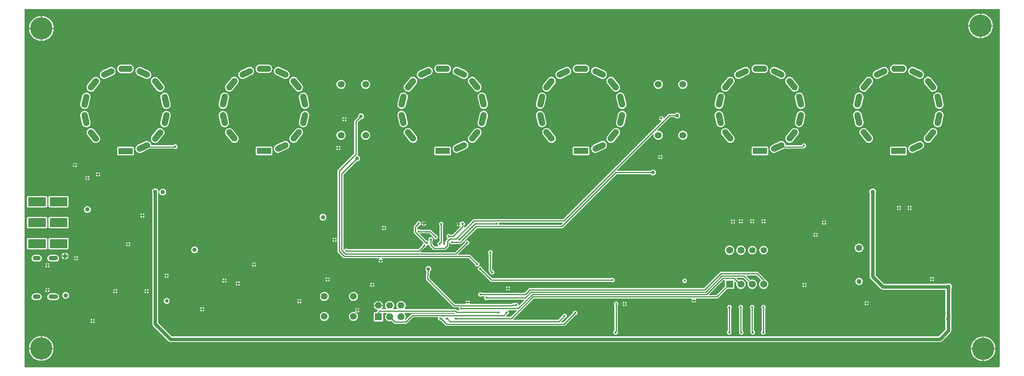
<source format=gbl>
G04 Layer_Physical_Order=2*
G04 Layer_Color=16711680*
%FSLAX24Y24*%
%MOIN*%
G70*
G01*
G75*
%ADD10C,0.0100*%
%ADD54C,0.0315*%
G04:AMPARAMS|DCode=55|XSize=126mil|YSize=55.1mil|CornerRadius=0mil|HoleSize=0mil|Usage=FLASHONLY|Rotation=25.714|XOffset=0mil|YOffset=0mil|HoleType=Round|Shape=Round|*
%AMOVALD55*
21,1,0.0709,0.0551,0.0000,0.0000,25.7*
1,1,0.0551,-0.0319,-0.0154*
1,1,0.0551,0.0319,0.0154*
%
%ADD55OVALD55*%

G04:AMPARAMS|DCode=56|XSize=126mil|YSize=55.1mil|CornerRadius=0mil|HoleSize=0mil|Usage=FLASHONLY|Rotation=51.429|XOffset=0mil|YOffset=0mil|HoleType=Round|Shape=Round|*
%AMOVALD56*
21,1,0.0709,0.0551,0.0000,0.0000,51.4*
1,1,0.0551,-0.0221,-0.0277*
1,1,0.0551,0.0221,0.0277*
%
%ADD56OVALD56*%

G04:AMPARAMS|DCode=57|XSize=126mil|YSize=55.1mil|CornerRadius=0mil|HoleSize=0mil|Usage=FLASHONLY|Rotation=77.143|XOffset=0mil|YOffset=0mil|HoleType=Round|Shape=Round|*
%AMOVALD57*
21,1,0.0709,0.0551,0.0000,0.0000,77.1*
1,1,0.0551,-0.0079,-0.0345*
1,1,0.0551,0.0079,0.0345*
%
%ADD57OVALD57*%

G04:AMPARAMS|DCode=58|XSize=126mil|YSize=55.1mil|CornerRadius=0mil|HoleSize=0mil|Usage=FLASHONLY|Rotation=102.857|XOffset=0mil|YOffset=0mil|HoleType=Round|Shape=Round|*
%AMOVALD58*
21,1,0.0709,0.0551,0.0000,0.0000,102.9*
1,1,0.0551,0.0079,-0.0345*
1,1,0.0551,-0.0079,0.0345*
%
%ADD58OVALD58*%

G04:AMPARAMS|DCode=59|XSize=126mil|YSize=55.1mil|CornerRadius=0mil|HoleSize=0mil|Usage=FLASHONLY|Rotation=128.571|XOffset=0mil|YOffset=0mil|HoleType=Round|Shape=Round|*
%AMOVALD59*
21,1,0.0709,0.0551,0.0000,0.0000,128.6*
1,1,0.0551,0.0221,-0.0277*
1,1,0.0551,-0.0221,0.0277*
%
%ADD59OVALD59*%

G04:AMPARAMS|DCode=60|XSize=126mil|YSize=55.1mil|CornerRadius=0mil|HoleSize=0mil|Usage=FLASHONLY|Rotation=154.286|XOffset=0mil|YOffset=0mil|HoleType=Round|Shape=Round|*
%AMOVALD60*
21,1,0.0709,0.0551,0.0000,0.0000,154.3*
1,1,0.0551,0.0319,-0.0154*
1,1,0.0551,-0.0319,0.0154*
%
%ADD60OVALD60*%

%ADD61O,0.1260X0.0551*%
%ADD62R,0.1260X0.0551*%
%ADD63C,0.0600*%
%ADD64C,0.0620*%
%ADD65C,0.0551*%
%ADD66R,0.0620X0.0620*%
%ADD67O,0.0620X0.0551*%
%ADD68R,0.0620X0.0620*%
%ADD69C,0.0394*%
%ADD70O,0.0827X0.0394*%
%ADD71O,0.0709X0.0394*%
%ADD72C,0.0571*%
%ADD73C,0.0433*%
%ADD74R,0.1575X0.0787*%
%ADD75C,0.0591*%
%ADD76C,0.0197*%
%ADD77C,0.0315*%
%ADD78C,0.1968*%
G36*
X85820Y-31456D02*
X85776Y-31500D01*
X0D01*
Y-10D01*
X8Y-2D01*
X85820D01*
Y-31456D01*
D02*
G37*
%LPC*%
G36*
X2169Y-22617D02*
X2027D01*
Y-22760D01*
X2055Y-22754D01*
X2120Y-22710D01*
X2164Y-22645D01*
X2169Y-22617D01*
D02*
G37*
G36*
X1927D02*
X1785D01*
X1790Y-22645D01*
X1834Y-22710D01*
X1900Y-22754D01*
X1927Y-22760D01*
Y-22617D01*
D02*
G37*
G36*
X20367Y-22550D02*
X20225D01*
Y-22692D01*
X20252Y-22687D01*
X20318Y-22643D01*
X20362Y-22577D01*
X20367Y-22550D01*
D02*
G37*
G36*
X20125D02*
X19983D01*
X19988Y-22577D01*
X20032Y-22643D01*
X20097Y-22687D01*
X20125Y-22692D01*
Y-22550D01*
D02*
G37*
G36*
X41015Y-21232D02*
X40937Y-21248D01*
X40872Y-21292D01*
X40828Y-21357D01*
X40812Y-21435D01*
X40828Y-21512D01*
X40862Y-21563D01*
Y-23035D01*
X40873Y-23093D01*
X40907Y-23143D01*
X40972Y-23209D01*
X40984Y-23269D01*
X41028Y-23334D01*
X41094Y-23378D01*
X41171Y-23394D01*
X41249Y-23378D01*
X41314Y-23334D01*
X41358Y-23269D01*
X41374Y-23191D01*
X41358Y-23114D01*
X41314Y-23048D01*
X41249Y-23004D01*
X41189Y-22992D01*
X41168Y-22971D01*
Y-21563D01*
X41202Y-21512D01*
X41217Y-21435D01*
X41202Y-21357D01*
X41158Y-21292D01*
X41092Y-21248D01*
X41015Y-21232D01*
D02*
G37*
G36*
X12672Y-23525D02*
X12530D01*
Y-23667D01*
X12557Y-23662D01*
X12623Y-23618D01*
X12667Y-23552D01*
X12672Y-23525D01*
D02*
G37*
G36*
X12430D02*
X12288D01*
X12293Y-23552D01*
X12337Y-23618D01*
X12403Y-23662D01*
X12430Y-23667D01*
Y-23525D01*
D02*
G37*
G36*
X12530Y-23283D02*
Y-23425D01*
X12672D01*
X12667Y-23398D01*
X12623Y-23332D01*
X12557Y-23288D01*
X12530Y-23283D01*
D02*
G37*
G36*
X12430D02*
X12403Y-23288D01*
X12337Y-23332D01*
X12293Y-23398D01*
X12288Y-23425D01*
X12430D01*
Y-23283D01*
D02*
G37*
G36*
X1927Y-22375D02*
X1900Y-22380D01*
X1834Y-22424D01*
X1790Y-22490D01*
X1785Y-22517D01*
X1927D01*
Y-22375D01*
D02*
G37*
G36*
X2706Y-21650D02*
X2273D01*
X2196Y-21660D01*
X2123Y-21690D01*
X2061Y-21737D01*
X2014Y-21799D01*
X1984Y-21872D01*
X1974Y-21949D01*
X1984Y-22027D01*
X2014Y-22099D01*
X2061Y-22161D01*
X2123Y-22209D01*
X2196Y-22238D01*
X2273Y-22249D01*
X2706D01*
X2784Y-22238D01*
X2856Y-22209D01*
X2918Y-22161D01*
X2965Y-22099D01*
X2995Y-22027D01*
X3006Y-21949D01*
X2995Y-21872D01*
X2965Y-21799D01*
X2918Y-21737D01*
X2856Y-21690D01*
X2784Y-21660D01*
X2706Y-21650D01*
D02*
G37*
G36*
X1190D02*
X875D01*
X798Y-21660D01*
X726Y-21690D01*
X664Y-21737D01*
X616Y-21799D01*
X586Y-21872D01*
X576Y-21949D01*
X586Y-22027D01*
X616Y-22099D01*
X664Y-22161D01*
X726Y-22209D01*
X798Y-22238D01*
X875Y-22249D01*
X1190D01*
X1268Y-22238D01*
X1340Y-22209D01*
X1402Y-22161D01*
X1450Y-22099D01*
X1480Y-22027D01*
X1490Y-21949D01*
X1480Y-21872D01*
X1450Y-21799D01*
X1402Y-21737D01*
X1340Y-21690D01*
X1268Y-21660D01*
X1190Y-21650D01*
D02*
G37*
G36*
X4692Y-21990D02*
X4550D01*
Y-22132D01*
X4577Y-22127D01*
X4643Y-22083D01*
X4687Y-22017D01*
X4692Y-21990D01*
D02*
G37*
G36*
X4450D02*
X4308D01*
X4313Y-22017D01*
X4357Y-22083D01*
X4423Y-22127D01*
X4450Y-22132D01*
Y-21990D01*
D02*
G37*
G36*
X31532Y-22209D02*
X31390D01*
Y-22351D01*
X31417Y-22346D01*
X31483Y-22302D01*
X31527Y-22236D01*
X31532Y-22209D01*
D02*
G37*
G36*
X20125Y-22308D02*
X20097Y-22313D01*
X20032Y-22357D01*
X19988Y-22423D01*
X19983Y-22450D01*
X20125D01*
Y-22308D01*
D02*
G37*
G36*
X2027Y-22375D02*
Y-22517D01*
X2169D01*
X2164Y-22490D01*
X2120Y-22424D01*
X2055Y-22380D01*
X2027Y-22375D01*
D02*
G37*
G36*
X31290Y-22209D02*
X31148D01*
X31153Y-22236D01*
X31197Y-22302D01*
X31263Y-22346D01*
X31290Y-22351D01*
Y-22209D01*
D02*
G37*
G36*
X20225Y-22308D02*
Y-22450D01*
X20367D01*
X20362Y-22423D01*
X20318Y-22357D01*
X20252Y-22313D01*
X20225Y-22308D01*
D02*
G37*
G36*
X17520Y-23974D02*
X17378D01*
X17383Y-24001D01*
X17427Y-24067D01*
X17493Y-24111D01*
X17520Y-24116D01*
Y-23974D01*
D02*
G37*
G36*
X18805Y-23978D02*
Y-24120D01*
X18947D01*
X18942Y-24093D01*
X18898Y-24027D01*
X18833Y-23983D01*
X18805Y-23978D01*
D02*
G37*
G36*
X40097Y-22671D02*
X40020Y-22686D01*
X39954Y-22730D01*
X39910Y-22796D01*
X39895Y-22873D01*
X39910Y-22950D01*
X39954Y-23016D01*
X40020Y-23060D01*
X40087Y-23073D01*
X40992Y-23978D01*
X41041Y-24011D01*
X41100Y-24023D01*
X51642D01*
X51693Y-24057D01*
X51770Y-24072D01*
X51847Y-24057D01*
X51913Y-24013D01*
X51957Y-23947D01*
X51972Y-23870D01*
X51957Y-23793D01*
X51913Y-23727D01*
X51847Y-23683D01*
X51770Y-23668D01*
X51693Y-23683D01*
X51642Y-23717D01*
X41163D01*
X40294Y-22848D01*
X40284Y-22796D01*
X40240Y-22730D01*
X40174Y-22686D01*
X40097Y-22671D01*
D02*
G37*
G36*
X17762Y-23974D02*
X17620D01*
Y-24116D01*
X17647Y-24111D01*
X17713Y-24067D01*
X17757Y-24001D01*
X17762Y-23974D01*
D02*
G37*
G36*
X18705Y-23978D02*
X18678Y-23983D01*
X18612Y-24027D01*
X18568Y-24093D01*
X18563Y-24120D01*
X18705D01*
Y-23978D01*
D02*
G37*
G36*
X30555Y-24098D02*
X30527Y-24103D01*
X30462Y-24147D01*
X30418Y-24213D01*
X30412Y-24240D01*
X30555D01*
Y-24098D01*
D02*
G37*
G36*
X68740Y-24122D02*
Y-24264D01*
X68882D01*
X68877Y-24237D01*
X68833Y-24171D01*
X68767Y-24127D01*
X68740Y-24122D01*
D02*
G37*
G36*
X58129Y-23738D02*
X58052Y-23753D01*
X57986Y-23797D01*
X57943Y-23863D01*
X57927Y-23940D01*
X57943Y-24017D01*
X57986Y-24083D01*
X58052Y-24127D01*
X58129Y-24142D01*
X58207Y-24127D01*
X58273Y-24083D01*
X58316Y-24017D01*
X58332Y-23940D01*
X58316Y-23863D01*
X58273Y-23797D01*
X58207Y-23753D01*
X58129Y-23738D01*
D02*
G37*
G36*
X30655Y-24098D02*
Y-24240D01*
X30797D01*
X30792Y-24213D01*
X30748Y-24147D01*
X30682Y-24103D01*
X30655Y-24098D01*
D02*
G37*
G36*
X26620Y-23855D02*
X26478D01*
X26483Y-23883D01*
X26527Y-23948D01*
X26593Y-23992D01*
X26620Y-23998D01*
Y-23855D01*
D02*
G37*
G36*
X26720Y-23613D02*
Y-23755D01*
X26862D01*
X26857Y-23728D01*
X26813Y-23662D01*
X26747Y-23618D01*
X26720Y-23613D01*
D02*
G37*
G36*
X26620D02*
X26593Y-23618D01*
X26527Y-23662D01*
X26483Y-23728D01*
X26478Y-23755D01*
X26620D01*
Y-23613D01*
D02*
G37*
G36*
X79970Y-23598D02*
Y-23740D01*
X80112D01*
X80107Y-23713D01*
X80063Y-23647D01*
X79997Y-23603D01*
X79970Y-23598D01*
D02*
G37*
G36*
X79870D02*
X79843Y-23603D01*
X79777Y-23647D01*
X79733Y-23713D01*
X79728Y-23740D01*
X79870D01*
Y-23598D01*
D02*
G37*
G36*
X17620Y-23732D02*
Y-23874D01*
X17762D01*
X17757Y-23847D01*
X17713Y-23781D01*
X17647Y-23737D01*
X17620Y-23732D01*
D02*
G37*
G36*
X79870Y-23840D02*
X79728D01*
X79733Y-23867D01*
X79777Y-23933D01*
X79843Y-23977D01*
X79870Y-23982D01*
Y-23840D01*
D02*
G37*
G36*
X26862Y-23855D02*
X26720D01*
Y-23998D01*
X26747Y-23992D01*
X26813Y-23948D01*
X26857Y-23883D01*
X26862Y-23855D01*
D02*
G37*
G36*
X17520Y-23732D02*
X17493Y-23737D01*
X17427Y-23781D01*
X17383Y-23847D01*
X17378Y-23874D01*
X17520D01*
Y-23732D01*
D02*
G37*
G36*
X80112Y-23840D02*
X79970D01*
Y-23982D01*
X79997Y-23977D01*
X80063Y-23933D01*
X80107Y-23867D01*
X80112Y-23840D01*
D02*
G37*
G36*
X3480Y-21810D02*
X3237D01*
X3241Y-21837D01*
X3271Y-21910D01*
X3318Y-21972D01*
X3380Y-22019D01*
X3453Y-22049D01*
X3480Y-22053D01*
Y-21810D01*
D02*
G37*
G36*
X31600Y-19345D02*
X31458D01*
X31463Y-19372D01*
X31507Y-19438D01*
X31573Y-19482D01*
X31600Y-19487D01*
Y-19345D01*
D02*
G37*
G36*
X69720Y-19693D02*
Y-19835D01*
X69862D01*
X69857Y-19808D01*
X69813Y-19742D01*
X69747Y-19698D01*
X69720Y-19693D01*
D02*
G37*
G36*
X1857Y-18314D02*
X283D01*
X244Y-18322D01*
X211Y-18344D01*
X188Y-18377D01*
X181Y-18416D01*
Y-19204D01*
X188Y-19243D01*
X211Y-19276D01*
X244Y-19298D01*
X283Y-19306D01*
X1857D01*
X1896Y-19298D01*
X1929Y-19276D01*
X1952Y-19243D01*
X1959Y-19204D01*
Y-18416D01*
X1952Y-18377D01*
X1929Y-18344D01*
X1896Y-18322D01*
X1857Y-18314D01*
D02*
G37*
G36*
X31842Y-19345D02*
X31700D01*
Y-19487D01*
X31727Y-19482D01*
X31793Y-19438D01*
X31837Y-19372D01*
X31842Y-19345D01*
D02*
G37*
G36*
X69620Y-19693D02*
X69593Y-19698D01*
X69527Y-19742D01*
X69483Y-19808D01*
X69478Y-19835D01*
X69620D01*
Y-19693D01*
D02*
G37*
G36*
X27330Y-20121D02*
Y-20263D01*
X27472D01*
X27467Y-20236D01*
X27423Y-20170D01*
X27357Y-20126D01*
X27330Y-20121D01*
D02*
G37*
G36*
X27230D02*
X27203Y-20126D01*
X27137Y-20170D01*
X27093Y-20236D01*
X27088Y-20263D01*
X27230D01*
Y-20121D01*
D02*
G37*
G36*
X69862Y-19935D02*
X69720D01*
Y-20077D01*
X69747Y-20072D01*
X69813Y-20028D01*
X69857Y-19963D01*
X69862Y-19935D01*
D02*
G37*
G36*
X69620D02*
X69478D01*
X69483Y-19963D01*
X69527Y-20028D01*
X69593Y-20072D01*
X69620Y-20077D01*
Y-19935D01*
D02*
G37*
G36*
X3747Y-18314D02*
X2172D01*
X2133Y-18322D01*
X2100Y-18344D01*
X2078Y-18377D01*
X2070Y-18416D01*
Y-19204D01*
X2078Y-19243D01*
X2100Y-19276D01*
X2133Y-19298D01*
X2172Y-19306D01*
X3747D01*
X3786Y-19298D01*
X3819Y-19276D01*
X3841Y-19243D01*
X3849Y-19204D01*
Y-18416D01*
X3841Y-18377D01*
X3819Y-18344D01*
X3786Y-18322D01*
X3747Y-18314D01*
D02*
G37*
G36*
X70606Y-18850D02*
X70464D01*
Y-18992D01*
X70491Y-18987D01*
X70557Y-18943D01*
X70601Y-18877D01*
X70606Y-18850D01*
D02*
G37*
G36*
X70364D02*
X70222D01*
X70227Y-18877D01*
X70271Y-18943D01*
X70337Y-18987D01*
X70364Y-18992D01*
Y-18850D01*
D02*
G37*
G36*
X62582Y-18770D02*
X62440D01*
Y-18912D01*
X62467Y-18907D01*
X62533Y-18863D01*
X62577Y-18797D01*
X62582Y-18770D01*
D02*
G37*
G36*
X62340D02*
X62198D01*
X62203Y-18797D01*
X62247Y-18863D01*
X62313Y-18907D01*
X62340Y-18912D01*
Y-18770D01*
D02*
G37*
G36*
X35352Y-18950D02*
X35210D01*
Y-19092D01*
X35237Y-19087D01*
X35303Y-19043D01*
X35347Y-18977D01*
X35352Y-18950D01*
D02*
G37*
G36*
X31700Y-19102D02*
Y-19245D01*
X31842D01*
X31837Y-19217D01*
X31793Y-19152D01*
X31727Y-19108D01*
X31700Y-19102D01*
D02*
G37*
G36*
X31600D02*
X31573Y-19108D01*
X31507Y-19152D01*
X31463Y-19217D01*
X31458Y-19245D01*
X31600D01*
Y-19102D01*
D02*
G37*
G36*
X35110Y-18950D02*
X34968D01*
X34973Y-18977D01*
X35017Y-19043D01*
X35083Y-19087D01*
X35110Y-19092D01*
Y-18950D01*
D02*
G37*
G36*
X38170Y-18990D02*
X38028D01*
X38033Y-19017D01*
X38077Y-19083D01*
X38143Y-19127D01*
X38170Y-19132D01*
Y-18990D01*
D02*
G37*
G36*
X63090Y-20826D02*
X62983Y-20841D01*
X62883Y-20882D01*
X62798Y-20948D01*
X62732Y-21033D01*
X62691Y-21133D01*
X62676Y-21240D01*
X62691Y-21347D01*
X62732Y-21447D01*
X62798Y-21532D01*
X62883Y-21598D01*
X62983Y-21639D01*
X63090Y-21654D01*
X63197Y-21639D01*
X63297Y-21598D01*
X63382Y-21532D01*
X63448Y-21447D01*
X63489Y-21347D01*
X63504Y-21240D01*
X63489Y-21133D01*
X63448Y-21033D01*
X63382Y-20948D01*
X63297Y-20882D01*
X63197Y-20841D01*
X63090Y-20826D01*
D02*
G37*
G36*
X62090D02*
X61983Y-20841D01*
X61883Y-20882D01*
X61798Y-20948D01*
X61732Y-21033D01*
X61691Y-21133D01*
X61676Y-21240D01*
X61691Y-21347D01*
X61732Y-21447D01*
X61798Y-21532D01*
X61883Y-21598D01*
X61983Y-21639D01*
X62090Y-21654D01*
X62197Y-21639D01*
X62297Y-21598D01*
X62382Y-21532D01*
X62448Y-21447D01*
X62489Y-21347D01*
X62504Y-21240D01*
X62489Y-21133D01*
X62448Y-21033D01*
X62382Y-20948D01*
X62297Y-20882D01*
X62197Y-20841D01*
X62090Y-20826D01*
D02*
G37*
G36*
X65090Y-20861D02*
X64992Y-20874D01*
X64901Y-20912D01*
X64822Y-20972D01*
X64762Y-21051D01*
X64724Y-21142D01*
X64711Y-21240D01*
X64724Y-21338D01*
X64762Y-21429D01*
X64822Y-21508D01*
X64901Y-21568D01*
X64992Y-21606D01*
X65090Y-21619D01*
X65188Y-21606D01*
X65279Y-21568D01*
X65358Y-21508D01*
X65418Y-21429D01*
X65456Y-21338D01*
X65469Y-21240D01*
X65456Y-21142D01*
X65418Y-21051D01*
X65358Y-20972D01*
X65279Y-20912D01*
X65188Y-20874D01*
X65090Y-20861D01*
D02*
G37*
G36*
X64090D02*
X63992Y-20874D01*
X63901Y-20912D01*
X63822Y-20972D01*
X63762Y-21051D01*
X63724Y-21142D01*
X63711Y-21240D01*
X63724Y-21338D01*
X63762Y-21429D01*
X63822Y-21508D01*
X63901Y-21568D01*
X63992Y-21606D01*
X64090Y-21619D01*
X64188Y-21606D01*
X64279Y-21568D01*
X64358Y-21508D01*
X64418Y-21429D01*
X64456Y-21338D01*
X64469Y-21240D01*
X64456Y-21142D01*
X64418Y-21051D01*
X64358Y-20972D01*
X64279Y-20912D01*
X64188Y-20874D01*
X64090Y-20861D01*
D02*
G37*
G36*
X3580Y-21467D02*
Y-21710D01*
X3823D01*
X3819Y-21683D01*
X3789Y-21610D01*
X3742Y-21548D01*
X3680Y-21501D01*
X3607Y-21471D01*
X3580Y-21467D01*
D02*
G37*
G36*
X4450Y-21748D02*
X4423Y-21753D01*
X4357Y-21797D01*
X4313Y-21863D01*
X4308Y-21890D01*
X4450D01*
Y-21748D01*
D02*
G37*
G36*
X3823Y-21810D02*
X3580D01*
Y-22053D01*
X3607Y-22049D01*
X3680Y-22019D01*
X3742Y-21972D01*
X3789Y-21910D01*
X3819Y-21837D01*
X3823Y-21810D01*
D02*
G37*
G36*
X3480Y-21467D02*
X3453Y-21471D01*
X3380Y-21501D01*
X3318Y-21548D01*
X3271Y-21610D01*
X3241Y-21683D01*
X3237Y-21710D01*
X3480D01*
Y-21467D01*
D02*
G37*
G36*
X4550Y-21748D02*
Y-21890D01*
X4692D01*
X4687Y-21863D01*
X4643Y-21797D01*
X4577Y-21753D01*
X4550Y-21748D01*
D02*
G37*
G36*
X14950Y-20911D02*
X14873Y-20921D01*
X14800Y-20951D01*
X14738Y-20998D01*
X14691Y-21060D01*
X14661Y-21133D01*
X14651Y-21210D01*
X14661Y-21287D01*
X14691Y-21360D01*
X14738Y-21422D01*
X14800Y-21469D01*
X14873Y-21499D01*
X14950Y-21509D01*
X15027Y-21499D01*
X15100Y-21469D01*
X15162Y-21422D01*
X15209Y-21360D01*
X15239Y-21287D01*
X15249Y-21210D01*
X15239Y-21133D01*
X15209Y-21060D01*
X15162Y-20998D01*
X15100Y-20951D01*
X15027Y-20921D01*
X14950Y-20911D01*
D02*
G37*
G36*
X73500Y-20650D02*
X73493Y-20651D01*
X73487Y-20651D01*
X73412Y-20661D01*
X73403Y-20664D01*
X73399Y-20664D01*
X73396Y-20666D01*
X73386Y-20668D01*
X73317Y-20696D01*
X73309Y-20702D01*
X73306Y-20703D01*
X73303Y-20705D01*
X73294Y-20710D01*
X73234Y-20756D01*
X73228Y-20763D01*
X73225Y-20765D01*
X73223Y-20768D01*
X73216Y-20774D01*
X73170Y-20834D01*
X73165Y-20843D01*
X73163Y-20846D01*
X73162Y-20849D01*
X73156Y-20857D01*
X73128Y-20926D01*
X73126Y-20936D01*
X73124Y-20939D01*
X73124Y-20943D01*
X73121Y-20952D01*
X73111Y-21027D01*
X73112Y-21037D01*
X73111Y-21040D01*
X73112Y-21043D01*
X73111Y-21053D01*
X73121Y-21128D01*
X73124Y-21137D01*
X73124Y-21141D01*
X73126Y-21144D01*
X73128Y-21154D01*
X73156Y-21223D01*
X73162Y-21231D01*
X73163Y-21234D01*
X73165Y-21237D01*
X73170Y-21246D01*
X73216Y-21306D01*
X73223Y-21312D01*
X73225Y-21315D01*
X73228Y-21317D01*
X73234Y-21324D01*
X73294Y-21370D01*
X73303Y-21375D01*
X73306Y-21377D01*
X73309Y-21378D01*
X73317Y-21384D01*
X73386Y-21412D01*
X73396Y-21414D01*
X73399Y-21416D01*
X73403Y-21416D01*
X73412Y-21419D01*
X73487Y-21429D01*
X73493Y-21429D01*
X73500Y-21430D01*
X73507Y-21429D01*
X73513Y-21429D01*
X73588Y-21419D01*
X73597Y-21416D01*
X73601Y-21416D01*
X73604Y-21414D01*
X73614Y-21412D01*
X73683Y-21384D01*
X73691Y-21378D01*
X73694Y-21377D01*
X73697Y-21375D01*
X73706Y-21370D01*
X73766Y-21324D01*
X73772Y-21317D01*
X73775Y-21315D01*
X73777Y-21312D01*
X73784Y-21306D01*
X73830Y-21246D01*
X73835Y-21237D01*
X73837Y-21234D01*
X73838Y-21231D01*
X73844Y-21223D01*
X73872Y-21154D01*
X73874Y-21144D01*
X73876Y-21141D01*
X73876Y-21137D01*
X73879Y-21128D01*
X73889Y-21053D01*
X73888Y-21043D01*
X73889Y-21040D01*
X73888Y-21037D01*
X73889Y-21027D01*
X73879Y-20952D01*
X73876Y-20943D01*
X73876Y-20939D01*
X73874Y-20936D01*
X73872Y-20926D01*
X73844Y-20857D01*
X73838Y-20849D01*
X73837Y-20846D01*
X73835Y-20843D01*
X73830Y-20834D01*
X73784Y-20774D01*
X73777Y-20768D01*
X73775Y-20765D01*
X73772Y-20763D01*
X73766Y-20756D01*
X73706Y-20710D01*
X73697Y-20705D01*
X73694Y-20703D01*
X73691Y-20702D01*
X73683Y-20696D01*
X73614Y-20668D01*
X73604Y-20666D01*
X73601Y-20664D01*
X73597Y-20664D01*
X73588Y-20661D01*
X73513Y-20651D01*
X73507Y-20651D01*
X73500Y-20650D01*
D02*
G37*
G36*
X9150Y-20528D02*
Y-20670D01*
X9292D01*
X9287Y-20643D01*
X9243Y-20577D01*
X9177Y-20533D01*
X9150Y-20528D01*
D02*
G37*
G36*
X27472Y-20363D02*
X27330D01*
Y-20506D01*
X27357Y-20500D01*
X27423Y-20456D01*
X27467Y-20391D01*
X27472Y-20363D01*
D02*
G37*
G36*
X27230D02*
X27088D01*
X27093Y-20391D01*
X27137Y-20456D01*
X27203Y-20500D01*
X27230Y-20506D01*
Y-20363D01*
D02*
G37*
G36*
X9050Y-20528D02*
X9023Y-20533D01*
X8957Y-20577D01*
X8913Y-20643D01*
X8908Y-20670D01*
X9050D01*
Y-20528D01*
D02*
G37*
G36*
X3747Y-20165D02*
X2172D01*
X2133Y-20172D01*
X2100Y-20195D01*
X2078Y-20228D01*
X2070Y-20267D01*
Y-21054D01*
X2078Y-21093D01*
X2100Y-21126D01*
X2133Y-21148D01*
X2172Y-21156D01*
X3747D01*
X3786Y-21148D01*
X3819Y-21126D01*
X3841Y-21093D01*
X3849Y-21054D01*
Y-20267D01*
X3841Y-20228D01*
X3819Y-20195D01*
X3786Y-20172D01*
X3747Y-20165D01*
D02*
G37*
G36*
X1857D02*
X283D01*
X244Y-20172D01*
X211Y-20195D01*
X188Y-20228D01*
X181Y-20267D01*
Y-21054D01*
X188Y-21093D01*
X211Y-21126D01*
X244Y-21148D01*
X283Y-21156D01*
X1857D01*
X1896Y-21148D01*
X1929Y-21126D01*
X1952Y-21093D01*
X1959Y-21054D01*
Y-20267D01*
X1952Y-20228D01*
X1929Y-20195D01*
X1896Y-20172D01*
X1857Y-20165D01*
D02*
G37*
G36*
X9292Y-20770D02*
X9150D01*
Y-20912D01*
X9177Y-20907D01*
X9243Y-20863D01*
X9287Y-20797D01*
X9292Y-20770D01*
D02*
G37*
G36*
X9050D02*
X8908D01*
X8913Y-20797D01*
X8957Y-20863D01*
X9023Y-20907D01*
X9050Y-20912D01*
Y-20770D01*
D02*
G37*
G36*
X29340Y-26342D02*
Y-26485D01*
X29482D01*
X29477Y-26457D01*
X29433Y-26392D01*
X29367Y-26348D01*
X29340Y-26342D01*
D02*
G37*
G36*
X29240D02*
X29213Y-26348D01*
X29147Y-26392D01*
X29103Y-26457D01*
X29098Y-26485D01*
X29240D01*
Y-26342D01*
D02*
G37*
G36*
X15660Y-26246D02*
Y-26389D01*
X15802D01*
X15797Y-26361D01*
X15753Y-26295D01*
X15687Y-26252D01*
X15660Y-26246D01*
D02*
G37*
G36*
X15560D02*
X15533Y-26252D01*
X15467Y-26295D01*
X15423Y-26361D01*
X15418Y-26389D01*
X15560D01*
Y-26246D01*
D02*
G37*
G36*
X15802Y-26489D02*
X15660D01*
Y-26631D01*
X15687Y-26625D01*
X15753Y-26582D01*
X15797Y-26516D01*
X15802Y-26489D01*
D02*
G37*
G36*
X29240Y-26585D02*
X29098D01*
X29103Y-26612D01*
X29147Y-26678D01*
X29213Y-26722D01*
X29240Y-26727D01*
Y-26585D01*
D02*
G37*
G36*
X6010Y-27298D02*
Y-27440D01*
X6152D01*
X6147Y-27413D01*
X6103Y-27347D01*
X6037Y-27303D01*
X6010Y-27298D01*
D02*
G37*
G36*
X15560Y-26489D02*
X15418D01*
X15423Y-26516D01*
X15467Y-26582D01*
X15533Y-26625D01*
X15560Y-26631D01*
Y-26489D01*
D02*
G37*
G36*
X29482Y-26585D02*
X29340D01*
Y-26727D01*
X29367Y-26722D01*
X29433Y-26678D01*
X29477Y-26612D01*
X29482Y-26585D01*
D02*
G37*
G36*
X52794Y-26020D02*
X52652D01*
X52657Y-26047D01*
X52701Y-26113D01*
X52767Y-26157D01*
X52794Y-26162D01*
Y-26020D01*
D02*
G37*
G36*
X24140Y-25785D02*
X23998D01*
X24003Y-25813D01*
X24047Y-25878D01*
X24113Y-25922D01*
X24140Y-25928D01*
Y-25785D01*
D02*
G37*
G36*
X12490Y-25450D02*
X12423Y-25459D01*
X12360Y-25484D01*
X12306Y-25526D01*
X12265Y-25580D01*
X12239Y-25642D01*
X12230Y-25709D01*
X12239Y-25777D01*
X12265Y-25839D01*
X12306Y-25893D01*
X12360Y-25934D01*
X12423Y-25960D01*
X12490Y-25969D01*
X12557Y-25960D01*
X12620Y-25934D01*
X12674Y-25893D01*
X12715Y-25839D01*
X12741Y-25777D01*
X12750Y-25709D01*
X12741Y-25642D01*
X12715Y-25580D01*
X12674Y-25526D01*
X12620Y-25484D01*
X12557Y-25459D01*
X12490Y-25450D01*
D02*
G37*
G36*
X52794Y-25778D02*
X52767Y-25783D01*
X52701Y-25827D01*
X52657Y-25893D01*
X52652Y-25920D01*
X52794D01*
Y-25778D01*
D02*
G37*
G36*
X24382Y-25785D02*
X24240D01*
Y-25928D01*
X24267Y-25922D01*
X24333Y-25878D01*
X24377Y-25813D01*
X24382Y-25785D01*
D02*
G37*
G36*
X31195Y-25739D02*
Y-26066D01*
X31552D01*
X31546Y-26018D01*
X31508Y-25926D01*
X31448Y-25848D01*
X31369Y-25788D01*
X31278Y-25750D01*
X31195Y-25739D01*
D02*
G37*
G36*
X74120Y-25955D02*
X73978D01*
X73983Y-25983D01*
X74027Y-26048D01*
X74093Y-26092D01*
X74120Y-26098D01*
Y-25955D01*
D02*
G37*
G36*
X53036Y-26020D02*
X52894D01*
Y-26162D01*
X52921Y-26157D01*
X52987Y-26113D01*
X53031Y-26047D01*
X53036Y-26020D01*
D02*
G37*
G36*
X31095Y-25739D02*
X31013Y-25750D01*
X30922Y-25788D01*
X30843Y-25848D01*
X30783Y-25926D01*
X30745Y-26018D01*
X30739Y-26066D01*
X31095D01*
Y-25739D01*
D02*
G37*
G36*
X74362Y-25955D02*
X74220D01*
Y-26098D01*
X74247Y-26092D01*
X74313Y-26048D01*
X74357Y-25983D01*
X74362Y-25955D01*
D02*
G37*
G36*
X1390Y-28826D02*
X1270Y-28836D01*
X1104Y-28876D01*
X946Y-28941D01*
X801Y-29030D01*
X671Y-29141D01*
X560Y-29271D01*
X471Y-29416D01*
X406Y-29574D01*
X366Y-29740D01*
X356Y-29860D01*
X1390D01*
Y-28826D01*
D02*
G37*
G36*
X84480Y-28846D02*
Y-29880D01*
X85514D01*
X85504Y-29760D01*
X85464Y-29594D01*
X85399Y-29436D01*
X85310Y-29291D01*
X85199Y-29161D01*
X85069Y-29050D01*
X84924Y-28961D01*
X84766Y-28896D01*
X84600Y-28856D01*
X84480Y-28846D01*
D02*
G37*
G36*
X74701Y-15792D02*
X74624Y-15802D01*
X74552Y-15832D01*
X74490Y-15880D01*
X74442Y-15942D01*
X74412Y-16014D01*
X74402Y-16091D01*
X74412Y-16169D01*
X74442Y-16240D01*
Y-23561D01*
X74450Y-23628D01*
X74476Y-23691D01*
X74518Y-23745D01*
X75416Y-24644D01*
X75470Y-24685D01*
X75533Y-24711D01*
X75600Y-24720D01*
X81100D01*
Y-27132D01*
X81070Y-27203D01*
X81060Y-27281D01*
X81070Y-27358D01*
X81100Y-27429D01*
Y-28243D01*
X80512Y-28830D01*
X12938D01*
X11741Y-27634D01*
Y-16240D01*
X11770Y-16169D01*
X11781Y-16091D01*
X11770Y-16014D01*
X11741Y-15942D01*
X11693Y-15880D01*
X11631Y-15832D01*
X11559Y-15802D01*
X11481Y-15792D01*
X11404Y-15802D01*
X11332Y-15832D01*
X11270Y-15880D01*
X11222Y-15942D01*
X11192Y-16014D01*
X11182Y-16091D01*
X11192Y-16169D01*
X11222Y-16240D01*
Y-27741D01*
X11230Y-27808D01*
X11256Y-27871D01*
X11298Y-27925D01*
X12646Y-29274D01*
X12700Y-29315D01*
X12763Y-29341D01*
X12830Y-29350D01*
X80620D01*
X80687Y-29341D01*
X80750Y-29315D01*
X80804Y-29274D01*
X81543Y-28534D01*
X81584Y-28480D01*
X81610Y-28418D01*
X81619Y-28351D01*
Y-27429D01*
X81649Y-27358D01*
X81659Y-27281D01*
X81649Y-27203D01*
X81619Y-27132D01*
Y-24636D01*
X81639Y-24610D01*
X81669Y-24537D01*
X81679Y-24460D01*
X81669Y-24383D01*
X81639Y-24310D01*
X81592Y-24248D01*
X81530Y-24201D01*
X81457Y-24171D01*
X81380Y-24161D01*
X81303Y-24171D01*
X81231Y-24200D01*
X75708D01*
X74961Y-23454D01*
Y-16240D01*
X74990Y-16169D01*
X75001Y-16091D01*
X74990Y-16014D01*
X74961Y-15942D01*
X74913Y-15880D01*
X74851Y-15832D01*
X74779Y-15802D01*
X74701Y-15792D01*
D02*
G37*
G36*
X1490Y-28826D02*
Y-29860D01*
X2524D01*
X2514Y-29740D01*
X2474Y-29574D01*
X2409Y-29416D01*
X2320Y-29271D01*
X2209Y-29141D01*
X2079Y-29030D01*
X1934Y-28941D01*
X1776Y-28876D01*
X1610Y-28836D01*
X1490Y-28826D01*
D02*
G37*
G36*
X84380Y-28846D02*
X84260Y-28856D01*
X84094Y-28896D01*
X83936Y-28961D01*
X83791Y-29050D01*
X83661Y-29161D01*
X83550Y-29291D01*
X83461Y-29436D01*
X83396Y-29594D01*
X83356Y-29760D01*
X83346Y-29880D01*
X84380D01*
Y-28846D01*
D02*
G37*
G36*
X85514Y-29980D02*
X84480D01*
Y-31014D01*
X84600Y-31004D01*
X84766Y-30964D01*
X84924Y-30899D01*
X85069Y-30810D01*
X85199Y-30699D01*
X85310Y-30569D01*
X85399Y-30424D01*
X85464Y-30266D01*
X85504Y-30100D01*
X85514Y-29980D01*
D02*
G37*
G36*
X84380D02*
X83346D01*
X83356Y-30100D01*
X83396Y-30266D01*
X83461Y-30424D01*
X83550Y-30569D01*
X83661Y-30699D01*
X83791Y-30810D01*
X83936Y-30899D01*
X84094Y-30964D01*
X84260Y-31004D01*
X84380Y-31014D01*
Y-29980D01*
D02*
G37*
G36*
X2524Y-29960D02*
X1490D01*
Y-30994D01*
X1610Y-30984D01*
X1776Y-30944D01*
X1934Y-30879D01*
X2079Y-30790D01*
X2209Y-30679D01*
X2320Y-30549D01*
X2409Y-30404D01*
X2474Y-30246D01*
X2514Y-30080D01*
X2524Y-29960D01*
D02*
G37*
G36*
X1390D02*
X356D01*
X366Y-30080D01*
X406Y-30246D01*
X471Y-30404D01*
X560Y-30549D01*
X671Y-30679D01*
X801Y-30790D01*
X946Y-30879D01*
X1104Y-30944D01*
X1270Y-30984D01*
X1390Y-30994D01*
Y-29960D01*
D02*
G37*
G36*
X52096Y-25768D02*
X52019Y-25783D01*
X51953Y-25827D01*
X51909Y-25893D01*
X51894Y-25970D01*
X51909Y-26047D01*
X51943Y-26098D01*
Y-28323D01*
X51907Y-28347D01*
X51863Y-28413D01*
X51848Y-28490D01*
X51863Y-28567D01*
X51907Y-28633D01*
X51973Y-28677D01*
X52050Y-28692D01*
X52127Y-28677D01*
X52193Y-28633D01*
X52237Y-28567D01*
X52252Y-28490D01*
X52240Y-28429D01*
X52243Y-28414D01*
X52249Y-28387D01*
X52249Y-28385D01*
X52249Y-28384D01*
Y-26098D01*
X52283Y-26047D01*
X52298Y-25970D01*
X52283Y-25893D01*
X52239Y-25827D01*
X52173Y-25783D01*
X52096Y-25768D01*
D02*
G37*
G36*
X26383Y-26682D02*
X26280Y-26695D01*
X26184Y-26735D01*
X26101Y-26799D01*
X26038Y-26881D01*
X25998Y-26977D01*
X25985Y-27080D01*
X25998Y-27184D01*
X26038Y-27280D01*
X26101Y-27362D01*
X26184Y-27426D01*
X26280Y-27466D01*
X26383Y-27479D01*
X26487Y-27466D01*
X26583Y-27426D01*
X26665Y-27362D01*
X26729Y-27280D01*
X26768Y-27184D01*
X26782Y-27080D01*
X26768Y-26977D01*
X26729Y-26881D01*
X26665Y-26799D01*
X26583Y-26735D01*
X26487Y-26695D01*
X26383Y-26682D01*
D02*
G37*
G36*
X6152Y-27540D02*
X6010D01*
Y-27682D01*
X6037Y-27677D01*
X6103Y-27633D01*
X6147Y-27567D01*
X6152Y-27540D01*
D02*
G37*
G36*
X5910Y-27298D02*
X5883Y-27303D01*
X5817Y-27347D01*
X5773Y-27413D01*
X5768Y-27440D01*
X5910D01*
Y-27298D01*
D02*
G37*
G36*
X28942Y-26682D02*
X28839Y-26695D01*
X28743Y-26735D01*
X28661Y-26799D01*
X28597Y-26881D01*
X28557Y-26977D01*
X28544Y-27080D01*
X28557Y-27184D01*
X28597Y-27280D01*
X28661Y-27362D01*
X28743Y-27426D01*
X28839Y-27466D01*
X28942Y-27479D01*
X29046Y-27466D01*
X29142Y-27426D01*
X29224Y-27362D01*
X29288Y-27280D01*
X29328Y-27184D01*
X29341Y-27080D01*
X29328Y-26977D01*
X29288Y-26881D01*
X29224Y-26799D01*
X29142Y-26735D01*
X29046Y-26695D01*
X28942Y-26682D01*
D02*
G37*
G36*
X5910Y-27540D02*
X5768D01*
X5773Y-27567D01*
X5817Y-27633D01*
X5883Y-27677D01*
X5910Y-27682D01*
Y-27540D01*
D02*
G37*
G36*
X63080Y-26068D02*
X63003Y-26083D01*
X62937Y-26127D01*
X62893Y-26193D01*
X62878Y-26270D01*
X62893Y-26347D01*
X62927Y-26398D01*
Y-28420D01*
X62930Y-28437D01*
X62931Y-28454D01*
X62934Y-28460D01*
X62928Y-28490D01*
X62943Y-28567D01*
X62987Y-28633D01*
X63053Y-28677D01*
X63130Y-28692D01*
X63207Y-28677D01*
X63273Y-28633D01*
X63317Y-28567D01*
X63332Y-28490D01*
X63317Y-28413D01*
X63273Y-28347D01*
X63233Y-28320D01*
Y-26398D01*
X63267Y-26347D01*
X63282Y-26270D01*
X63267Y-26193D01*
X63223Y-26127D01*
X63157Y-26083D01*
X63080Y-26068D01*
D02*
G37*
G36*
X62080D02*
X62003Y-26083D01*
X61937Y-26127D01*
X61893Y-26193D01*
X61878Y-26270D01*
X61893Y-26347D01*
X61927Y-26398D01*
Y-28340D01*
X61917Y-28347D01*
X61873Y-28413D01*
X61858Y-28490D01*
X61873Y-28567D01*
X61917Y-28633D01*
X61983Y-28677D01*
X62060Y-28692D01*
X62137Y-28677D01*
X62203Y-28633D01*
X62247Y-28567D01*
X62262Y-28490D01*
X62247Y-28413D01*
X62233Y-28392D01*
Y-26398D01*
X62267Y-26347D01*
X62282Y-26270D01*
X62267Y-26193D01*
X62223Y-26127D01*
X62157Y-26083D01*
X62080Y-26068D01*
D02*
G37*
G36*
X65080D02*
X65003Y-26083D01*
X64937Y-26127D01*
X64893Y-26193D01*
X64878Y-26270D01*
X64893Y-26347D01*
X64927Y-26398D01*
Y-28340D01*
X64917Y-28347D01*
X64873Y-28413D01*
X64858Y-28490D01*
X64873Y-28567D01*
X64917Y-28633D01*
X64983Y-28677D01*
X65060Y-28692D01*
X65137Y-28677D01*
X65203Y-28633D01*
X65247Y-28567D01*
X65262Y-28490D01*
X65247Y-28413D01*
X65233Y-28392D01*
Y-26398D01*
X65267Y-26347D01*
X65282Y-26270D01*
X65267Y-26193D01*
X65223Y-26127D01*
X65157Y-26083D01*
X65080Y-26068D01*
D02*
G37*
G36*
X64080D02*
X64003Y-26083D01*
X63937Y-26127D01*
X63893Y-26193D01*
X63878Y-26270D01*
X63893Y-26347D01*
X63927Y-26398D01*
Y-28410D01*
X63931Y-28429D01*
X63932Y-28448D01*
X63937Y-28458D01*
X63939Y-28469D01*
X63941Y-28472D01*
X63938Y-28490D01*
X63953Y-28567D01*
X63997Y-28633D01*
X64063Y-28677D01*
X64140Y-28692D01*
X64217Y-28677D01*
X64283Y-28633D01*
X64327Y-28567D01*
X64342Y-28490D01*
X64327Y-28413D01*
X64283Y-28347D01*
X64233Y-28313D01*
Y-26398D01*
X64267Y-26347D01*
X64282Y-26270D01*
X64267Y-26193D01*
X64223Y-26127D01*
X64157Y-26083D01*
X64080Y-26068D01*
D02*
G37*
G36*
X52894Y-25778D02*
Y-25920D01*
X53036D01*
X53031Y-25893D01*
X52987Y-25827D01*
X52921Y-25783D01*
X52894Y-25778D01*
D02*
G37*
G36*
X1927Y-24540D02*
X1900Y-24546D01*
X1834Y-24590D01*
X1790Y-24655D01*
X1785Y-24683D01*
X1927D01*
Y-24540D01*
D02*
G37*
G36*
X10770Y-24658D02*
Y-24800D01*
X10912D01*
X10907Y-24773D01*
X10863Y-24707D01*
X10797Y-24663D01*
X10770Y-24658D01*
D02*
G37*
G36*
X35550Y-22630D02*
X35483Y-22639D01*
X35420Y-22665D01*
X35366Y-22706D01*
X35325Y-22760D01*
X35299Y-22823D01*
X35290Y-22890D01*
X35299Y-22957D01*
X35325Y-23020D01*
X35366Y-23074D01*
X35379Y-23083D01*
X35319Y-23738D01*
X35320Y-23745D01*
X35319Y-23752D01*
X35323Y-23774D01*
X35326Y-23797D01*
X35329Y-23803D01*
X35330Y-23810D01*
X35343Y-23829D01*
X35354Y-23850D01*
X35360Y-23854D01*
X35364Y-23860D01*
X37732Y-26228D01*
X37781Y-26261D01*
X37840Y-26273D01*
X38227D01*
X38259Y-26323D01*
X38248Y-26380D01*
X38263Y-26457D01*
X38290Y-26497D01*
X38263Y-26547D01*
X38103D01*
X38048Y-26492D01*
X37999Y-26459D01*
X37940Y-26447D01*
X33447D01*
X33430Y-26397D01*
X33448Y-26384D01*
X33508Y-26305D01*
X33546Y-26214D01*
X33559Y-26116D01*
X33546Y-26018D01*
X33508Y-25926D01*
X33448Y-25848D01*
X33369Y-25788D01*
X33278Y-25750D01*
X33180Y-25737D01*
X33111D01*
X33013Y-25750D01*
X32922Y-25788D01*
X32843Y-25848D01*
X32783Y-25926D01*
X32745Y-26018D01*
X32732Y-26116D01*
X32745Y-26214D01*
X32783Y-26305D01*
X32843Y-26384D01*
X32861Y-26397D01*
X32844Y-26447D01*
X32447D01*
X32430Y-26397D01*
X32448Y-26384D01*
X32508Y-26305D01*
X32546Y-26214D01*
X32559Y-26116D01*
X32546Y-26018D01*
X32508Y-25926D01*
X32448Y-25848D01*
X32369Y-25788D01*
X32278Y-25750D01*
X32180Y-25737D01*
X32111D01*
X32013Y-25750D01*
X31922Y-25788D01*
X31843Y-25848D01*
X31783Y-25926D01*
X31745Y-26018D01*
X31732Y-26116D01*
X31745Y-26214D01*
X31783Y-26305D01*
X31843Y-26384D01*
X31861Y-26397D01*
X31844Y-26447D01*
X31447D01*
X31430Y-26397D01*
X31448Y-26384D01*
X31508Y-26305D01*
X31546Y-26214D01*
X31552Y-26166D01*
X31145D01*
X30739D01*
X30745Y-26214D01*
X30783Y-26305D01*
X30843Y-26384D01*
X30922Y-26444D01*
X31013Y-26482D01*
X31091Y-26492D01*
X31111Y-26542D01*
X31037Y-26616D01*
X31004Y-26666D01*
X30997Y-26704D01*
X30835D01*
X30796Y-26712D01*
X30763Y-26734D01*
X30741Y-26767D01*
X30733Y-26806D01*
Y-27426D01*
X30741Y-27465D01*
X30763Y-27498D01*
X30796Y-27520D01*
X30835Y-27528D01*
X31455D01*
X31494Y-27520D01*
X31528Y-27498D01*
X31550Y-27465D01*
X31557Y-27426D01*
Y-26806D01*
X31557Y-26803D01*
X31596Y-26753D01*
X31863D01*
X31880Y-26803D01*
X31853Y-26823D01*
X31787Y-26909D01*
X31746Y-27009D01*
X31732Y-27116D01*
X31746Y-27223D01*
X31787Y-27323D01*
X31853Y-27408D01*
X31939Y-27474D01*
X32038Y-27515D01*
X32145Y-27529D01*
X32252Y-27515D01*
X32306Y-27493D01*
X32497Y-27684D01*
X32547Y-27717D01*
X32605Y-27729D01*
X33564D01*
X33623Y-27717D01*
X33672Y-27684D01*
X34213Y-27143D01*
X36395D01*
X36414Y-27178D01*
X36417Y-27193D01*
X36403Y-27265D01*
X36418Y-27342D01*
X36462Y-27408D01*
X36528Y-27452D01*
X36605Y-27467D01*
X36643Y-27460D01*
X37052Y-27868D01*
X37101Y-27901D01*
X37160Y-27913D01*
X47510D01*
X47569Y-27901D01*
X47618Y-27868D01*
X48507Y-26979D01*
X48567Y-26967D01*
X48633Y-26923D01*
X48677Y-26857D01*
X48692Y-26780D01*
X48677Y-26703D01*
X48633Y-26637D01*
X48567Y-26593D01*
X48490Y-26578D01*
X48413Y-26593D01*
X48347Y-26637D01*
X48303Y-26703D01*
X48291Y-26763D01*
X47447Y-27607D01*
X47255D01*
X47235Y-27561D01*
X47567Y-27229D01*
X47627Y-27217D01*
X47693Y-27173D01*
X47737Y-27107D01*
X47752Y-27030D01*
X47737Y-26953D01*
X47693Y-26887D01*
X47627Y-26843D01*
X47550Y-26828D01*
X47473Y-26843D01*
X47407Y-26887D01*
X47363Y-26953D01*
X47351Y-27013D01*
X46988Y-27375D01*
X43042D01*
X43021Y-27325D01*
X44843Y-25503D01*
X58748D01*
X58775Y-25553D01*
X58749Y-25593D01*
X58743Y-25620D01*
X59128D01*
X59122Y-25593D01*
X59096Y-25553D01*
X59123Y-25503D01*
X60980D01*
X61039Y-25491D01*
X61088Y-25458D01*
X61894Y-24652D01*
X62400D01*
X62439Y-24644D01*
X62472Y-24622D01*
X62494Y-24589D01*
X62502Y-24550D01*
Y-24014D01*
X62548Y-23994D01*
X62690Y-24136D01*
X62676Y-24240D01*
X62691Y-24347D01*
X62732Y-24447D01*
X62798Y-24532D01*
X62883Y-24598D01*
X62983Y-24639D01*
X63090Y-24654D01*
X63197Y-24639D01*
X63297Y-24598D01*
X63382Y-24532D01*
X63448Y-24447D01*
X63489Y-24347D01*
X63504Y-24240D01*
X63489Y-24133D01*
X63448Y-24033D01*
X63382Y-23948D01*
X63297Y-23882D01*
X63197Y-23841D01*
X63090Y-23826D01*
X62983Y-23841D01*
X62883Y-23882D01*
X62875Y-23888D01*
X62685Y-23699D01*
X62705Y-23653D01*
X63287D01*
X63713Y-24079D01*
X63691Y-24133D01*
X63676Y-24240D01*
X63691Y-24347D01*
X63732Y-24447D01*
X63798Y-24532D01*
X63883Y-24598D01*
X63983Y-24639D01*
X64090Y-24654D01*
X64197Y-24639D01*
X64297Y-24598D01*
X64382Y-24532D01*
X64448Y-24447D01*
X64489Y-24347D01*
X64504Y-24240D01*
X64489Y-24133D01*
X64448Y-24033D01*
X64382Y-23948D01*
X64297Y-23882D01*
X64197Y-23841D01*
X64090Y-23826D01*
X63983Y-23841D01*
X63929Y-23863D01*
X63565Y-23499D01*
X63585Y-23453D01*
X64457D01*
X64849Y-23845D01*
X64845Y-23912D01*
X64798Y-23948D01*
X64732Y-24033D01*
X64691Y-24133D01*
X64676Y-24240D01*
X64691Y-24347D01*
X64732Y-24447D01*
X64798Y-24532D01*
X64883Y-24598D01*
X64983Y-24639D01*
X65090Y-24654D01*
X65197Y-24639D01*
X65297Y-24598D01*
X65382Y-24532D01*
X65448Y-24447D01*
X65489Y-24347D01*
X65504Y-24240D01*
X65489Y-24133D01*
X65448Y-24033D01*
X65382Y-23948D01*
X65297Y-23882D01*
X65241Y-23859D01*
X65231Y-23811D01*
X65198Y-23762D01*
X64628Y-23192D01*
X64579Y-23159D01*
X64520Y-23147D01*
X61330D01*
X61271Y-23159D01*
X61222Y-23192D01*
X59847Y-24567D01*
X44517D01*
X44459Y-24579D01*
X44409Y-24612D01*
X44034Y-24987D01*
X40258D01*
X40207Y-24953D01*
X40130Y-24938D01*
X40053Y-24953D01*
X39987Y-24997D01*
X39943Y-25063D01*
X39928Y-25140D01*
X39943Y-25217D01*
X39987Y-25283D01*
X40053Y-25327D01*
X40130Y-25342D01*
X40207Y-25327D01*
X40258Y-25293D01*
X40459D01*
X40486Y-25343D01*
X40473Y-25363D01*
X40458Y-25440D01*
X40473Y-25517D01*
X40517Y-25583D01*
X40583Y-25627D01*
X40660Y-25642D01*
X40737Y-25627D01*
X40788Y-25593D01*
X43973D01*
X43992Y-25639D01*
X43539Y-26092D01*
X43500Y-26074D01*
X43492Y-26068D01*
X43477Y-25993D01*
X43433Y-25927D01*
X43367Y-25883D01*
X43290Y-25868D01*
X43213Y-25883D01*
X43162Y-25917D01*
X43002D01*
X42943Y-25929D01*
X42893Y-25962D01*
X42888Y-25967D01*
X39217D01*
X39193Y-25923D01*
X39197Y-25917D01*
X39202Y-25890D01*
X38818D01*
X38823Y-25917D01*
X38827Y-25923D01*
X38803Y-25967D01*
X37903D01*
X35631Y-23694D01*
X35683Y-23112D01*
X35734Y-23074D01*
X35775Y-23020D01*
X35801Y-22957D01*
X35810Y-22890D01*
X35801Y-22823D01*
X35775Y-22760D01*
X35734Y-22706D01*
X35680Y-22665D01*
X35617Y-22639D01*
X35550Y-22630D01*
D02*
G37*
G36*
X2027Y-24540D02*
Y-24683D01*
X2169D01*
X2164Y-24655D01*
X2120Y-24590D01*
X2055Y-24546D01*
X2027Y-24540D01*
D02*
G37*
G36*
X10670Y-24658D02*
X10643Y-24663D01*
X10577Y-24707D01*
X10533Y-24773D01*
X10528Y-24800D01*
X10670D01*
Y-24658D01*
D02*
G37*
G36*
X42782Y-24659D02*
X42640D01*
Y-24801D01*
X42667Y-24796D01*
X42733Y-24752D01*
X42777Y-24686D01*
X42782Y-24659D01*
D02*
G37*
G36*
X42540D02*
X42398D01*
X42403Y-24686D01*
X42447Y-24752D01*
X42513Y-24796D01*
X42540Y-24801D01*
Y-24659D01*
D02*
G37*
G36*
X8014Y-24658D02*
Y-24800D01*
X8156D01*
X8151Y-24773D01*
X8107Y-24707D01*
X8042Y-24663D01*
X8014Y-24658D01*
D02*
G37*
G36*
X7914D02*
X7887Y-24663D01*
X7821Y-24707D01*
X7777Y-24773D01*
X7772Y-24800D01*
X7914D01*
Y-24658D01*
D02*
G37*
G36*
X42540Y-24416D02*
X42513Y-24422D01*
X42447Y-24466D01*
X42403Y-24531D01*
X42398Y-24559D01*
X42540D01*
Y-24416D01*
D02*
G37*
G36*
X18947Y-24220D02*
X18805D01*
Y-24362D01*
X18833Y-24357D01*
X18898Y-24313D01*
X18942Y-24247D01*
X18947Y-24220D01*
D02*
G37*
G36*
X18705D02*
X18563D01*
X18568Y-24247D01*
X18612Y-24313D01*
X18678Y-24357D01*
X18705Y-24362D01*
Y-24220D01*
D02*
G37*
G36*
X68640Y-24122D02*
X68613Y-24127D01*
X68547Y-24171D01*
X68503Y-24237D01*
X68498Y-24264D01*
X68640D01*
Y-24122D01*
D02*
G37*
G36*
X73500Y-23670D02*
X73490Y-23672D01*
X73480D01*
X73419Y-23684D01*
X73417Y-23684D01*
X73417Y-23685D01*
X73396Y-23689D01*
X73359Y-23704D01*
X73341Y-23716D01*
X73340Y-23716D01*
X73339Y-23717D01*
X73287Y-23752D01*
X73287Y-23752D01*
X73259Y-23780D01*
X73224Y-23832D01*
X73224Y-23833D01*
X73223Y-23834D01*
X73211Y-23852D01*
X73196Y-23888D01*
X73192Y-23910D01*
X73192Y-23910D01*
X73191Y-23911D01*
X73179Y-23973D01*
Y-24013D01*
X73191Y-24074D01*
X73192Y-24075D01*
X73192Y-24076D01*
X73196Y-24097D01*
X73211Y-24134D01*
X73223Y-24152D01*
X73224Y-24152D01*
X73224Y-24153D01*
X73259Y-24206D01*
X73259Y-24206D01*
X73287Y-24234D01*
X73339Y-24268D01*
X73340Y-24269D01*
X73341Y-24269D01*
X73359Y-24281D01*
X73396Y-24297D01*
X73417Y-24301D01*
X73417Y-24301D01*
X73419Y-24301D01*
X73480Y-24314D01*
X73490D01*
X73500Y-24315D01*
X73510Y-24314D01*
X73520D01*
X73581Y-24301D01*
X73583Y-24301D01*
X73583Y-24301D01*
X73604Y-24297D01*
X73641Y-24281D01*
X73659Y-24269D01*
X73660Y-24269D01*
X73661Y-24268D01*
X73713Y-24234D01*
X73713Y-24234D01*
X73741Y-24206D01*
X73776Y-24153D01*
X73776Y-24152D01*
X73777Y-24152D01*
X73789Y-24134D01*
X73804Y-24097D01*
X73808Y-24076D01*
X73808Y-24075D01*
X73809Y-24074D01*
X73821Y-24013D01*
Y-23973D01*
X73809Y-23911D01*
X73808Y-23910D01*
X73808Y-23910D01*
X73804Y-23888D01*
X73789Y-23852D01*
X73777Y-23834D01*
X73776Y-23833D01*
X73776Y-23832D01*
X73741Y-23780D01*
X73741Y-23780D01*
X73713Y-23752D01*
X73661Y-23717D01*
X73660Y-23716D01*
X73659Y-23716D01*
X73641Y-23704D01*
X73604Y-23689D01*
X73583Y-23685D01*
X73583Y-23684D01*
X73581Y-23684D01*
X73520Y-23672D01*
X73510D01*
X73500Y-23670D01*
D02*
G37*
G36*
X30797Y-24340D02*
X30655D01*
Y-24482D01*
X30682Y-24477D01*
X30748Y-24433D01*
X30792Y-24367D01*
X30797Y-24340D01*
D02*
G37*
G36*
X68640Y-24364D02*
X68498D01*
X68503Y-24391D01*
X68547Y-24457D01*
X68613Y-24501D01*
X68640Y-24506D01*
Y-24364D01*
D02*
G37*
G36*
X42640Y-24416D02*
Y-24559D01*
X42782D01*
X42777Y-24531D01*
X42733Y-24466D01*
X42667Y-24422D01*
X42640Y-24416D01*
D02*
G37*
G36*
X30555Y-24340D02*
X30412D01*
X30418Y-24367D01*
X30462Y-24433D01*
X30527Y-24477D01*
X30555Y-24482D01*
Y-24340D01*
D02*
G37*
G36*
X68882Y-24364D02*
X68740D01*
Y-24506D01*
X68767Y-24501D01*
X68833Y-24457D01*
X68877Y-24391D01*
X68882Y-24364D01*
D02*
G37*
G36*
X26383Y-24910D02*
X26280Y-24924D01*
X26184Y-24964D01*
X26101Y-25027D01*
X26038Y-25109D01*
X25998Y-25206D01*
X25985Y-25309D01*
X25998Y-25412D01*
X26038Y-25508D01*
X26101Y-25591D01*
X26184Y-25654D01*
X26280Y-25694D01*
X26383Y-25708D01*
X26487Y-25694D01*
X26583Y-25654D01*
X26665Y-25591D01*
X26729Y-25508D01*
X26768Y-25412D01*
X26782Y-25309D01*
X26768Y-25206D01*
X26729Y-25109D01*
X26665Y-25027D01*
X26583Y-24964D01*
X26487Y-24924D01*
X26383Y-24910D01*
D02*
G37*
G36*
X39060Y-25648D02*
Y-25790D01*
X39202D01*
X39197Y-25763D01*
X39153Y-25697D01*
X39087Y-25653D01*
X39060Y-25648D01*
D02*
G37*
G36*
X24140Y-25543D02*
X24113Y-25548D01*
X24047Y-25592D01*
X24003Y-25658D01*
X23998Y-25685D01*
X24140D01*
Y-25543D01*
D02*
G37*
G36*
X28942Y-24910D02*
X28839Y-24924D01*
X28743Y-24964D01*
X28661Y-25027D01*
X28597Y-25109D01*
X28557Y-25206D01*
X28544Y-25309D01*
X28557Y-25412D01*
X28597Y-25508D01*
X28661Y-25591D01*
X28743Y-25654D01*
X28839Y-25694D01*
X28942Y-25708D01*
X29046Y-25694D01*
X29142Y-25654D01*
X29224Y-25591D01*
X29288Y-25508D01*
X29328Y-25412D01*
X29341Y-25309D01*
X29328Y-25206D01*
X29288Y-25109D01*
X29224Y-25027D01*
X29142Y-24964D01*
X29046Y-24924D01*
X28942Y-24910D01*
D02*
G37*
G36*
X38960Y-25648D02*
X38933Y-25653D01*
X38867Y-25697D01*
X38823Y-25763D01*
X38818Y-25790D01*
X38960D01*
Y-25648D01*
D02*
G37*
G36*
X59128Y-25720D02*
X58986D01*
Y-25862D01*
X59013Y-25857D01*
X59079Y-25813D01*
X59122Y-25747D01*
X59128Y-25720D01*
D02*
G37*
G36*
X58886D02*
X58743D01*
X58749Y-25747D01*
X58792Y-25813D01*
X58858Y-25857D01*
X58886Y-25862D01*
Y-25720D01*
D02*
G37*
G36*
X74220Y-25713D02*
Y-25855D01*
X74362D01*
X74357Y-25828D01*
X74313Y-25762D01*
X74247Y-25719D01*
X74220Y-25713D01*
D02*
G37*
G36*
X74120D02*
X74093Y-25719D01*
X74027Y-25762D01*
X73983Y-25828D01*
X73978Y-25855D01*
X74120D01*
Y-25713D01*
D02*
G37*
G36*
X24240Y-25543D02*
Y-25685D01*
X24382D01*
X24377Y-25658D01*
X24333Y-25592D01*
X24267Y-25548D01*
X24240Y-25543D01*
D02*
G37*
G36*
X10912Y-24900D02*
X10770D01*
Y-25042D01*
X10797Y-25037D01*
X10863Y-24993D01*
X10907Y-24927D01*
X10912Y-24900D01*
D02*
G37*
G36*
X10670D02*
X10528D01*
X10533Y-24927D01*
X10577Y-24993D01*
X10643Y-25037D01*
X10670Y-25042D01*
Y-24900D01*
D02*
G37*
G36*
X2169Y-24783D02*
X2027D01*
Y-24925D01*
X2055Y-24920D01*
X2120Y-24876D01*
X2164Y-24810D01*
X2169Y-24783D01*
D02*
G37*
G36*
X1927D02*
X1785D01*
X1790Y-24810D01*
X1834Y-24876D01*
X1900Y-24920D01*
X1927Y-24925D01*
Y-24783D01*
D02*
G37*
G36*
X8156Y-24900D02*
X8014D01*
Y-25042D01*
X8042Y-25037D01*
X8107Y-24993D01*
X8151Y-24927D01*
X8156Y-24900D01*
D02*
G37*
G36*
X2706Y-25051D02*
X2273D01*
X2196Y-25062D01*
X2123Y-25091D01*
X2061Y-25139D01*
X2014Y-25201D01*
X1984Y-25273D01*
X1974Y-25351D01*
X1984Y-25428D01*
X2014Y-25500D01*
X2061Y-25562D01*
X2123Y-25610D01*
X2196Y-25640D01*
X2273Y-25650D01*
X2706D01*
X2784Y-25640D01*
X2856Y-25610D01*
X2918Y-25562D01*
X2965Y-25500D01*
X2995Y-25428D01*
X3006Y-25351D01*
X2995Y-25273D01*
X2965Y-25201D01*
X2918Y-25139D01*
X2856Y-25091D01*
X2784Y-25062D01*
X2706Y-25051D01*
D02*
G37*
G36*
X1190D02*
X875D01*
X798Y-25062D01*
X726Y-25091D01*
X664Y-25139D01*
X616Y-25201D01*
X586Y-25273D01*
X576Y-25351D01*
X586Y-25428D01*
X616Y-25500D01*
X664Y-25562D01*
X726Y-25610D01*
X798Y-25640D01*
X875Y-25650D01*
X1190D01*
X1268Y-25640D01*
X1340Y-25610D01*
X1402Y-25562D01*
X1450Y-25500D01*
X1480Y-25428D01*
X1490Y-25351D01*
X1480Y-25273D01*
X1450Y-25201D01*
X1402Y-25139D01*
X1340Y-25091D01*
X1268Y-25062D01*
X1190Y-25051D01*
D02*
G37*
G36*
X7914Y-24900D02*
X7772D01*
X7777Y-24927D01*
X7821Y-24993D01*
X7887Y-25037D01*
X7914Y-25042D01*
Y-24900D01*
D02*
G37*
G36*
X3595Y-24926D02*
X3518Y-24936D01*
X3445Y-24966D01*
X3383Y-25013D01*
X3336Y-25075D01*
X3306Y-25148D01*
X3296Y-25225D01*
X3306Y-25302D01*
X3336Y-25375D01*
X3383Y-25437D01*
X3445Y-25484D01*
X3518Y-25514D01*
X3595Y-25524D01*
X3672Y-25514D01*
X3745Y-25484D01*
X3807Y-25437D01*
X3854Y-25375D01*
X3884Y-25302D01*
X3894Y-25225D01*
X3884Y-25148D01*
X3854Y-25075D01*
X3807Y-25013D01*
X3745Y-24966D01*
X3672Y-24936D01*
X3595Y-24926D01*
D02*
G37*
G36*
X17596Y-7328D02*
X17499Y-7345D01*
X17409Y-7386D01*
X17333Y-7449D01*
X17276Y-7530D01*
X17241Y-7623D01*
X17084Y-8313D01*
X17074Y-8412D01*
X17091Y-8509D01*
X17132Y-8599D01*
X17195Y-8675D01*
X17276Y-8733D01*
X17369Y-8767D01*
X17467Y-8776D01*
X17565Y-8760D01*
X17654Y-8719D01*
X17731Y-8655D01*
X17788Y-8575D01*
X17822Y-8482D01*
X17980Y-7791D01*
X17989Y-7693D01*
X17973Y-7595D01*
X17931Y-7505D01*
X17868Y-7429D01*
X17788Y-7372D01*
X17695Y-7337D01*
X17596Y-7328D01*
D02*
G37*
G36*
X12325Y-7338D02*
X12226Y-7347D01*
X12134Y-7382D01*
X12053Y-7439D01*
X11990Y-7515D01*
X11949Y-7605D01*
X11932Y-7703D01*
X11941Y-7801D01*
X12099Y-8492D01*
X12133Y-8585D01*
X12191Y-8665D01*
X12267Y-8729D01*
X12357Y-8770D01*
X12454Y-8786D01*
X12553Y-8777D01*
X12645Y-8743D01*
X12726Y-8685D01*
X12789Y-8609D01*
X12830Y-8519D01*
X12847Y-8422D01*
X12838Y-8323D01*
X12680Y-7633D01*
X12646Y-7540D01*
X12588Y-7459D01*
X12512Y-7396D01*
X12422Y-7355D01*
X12325Y-7338D01*
D02*
G37*
G36*
X33344Y-7328D02*
X33247Y-7345D01*
X33157Y-7386D01*
X33081Y-7449D01*
X33024Y-7530D01*
X32989Y-7623D01*
X32832Y-8313D01*
X32822Y-8412D01*
X32839Y-8509D01*
X32880Y-8599D01*
X32943Y-8675D01*
X33024Y-8733D01*
X33117Y-8767D01*
X33215Y-8776D01*
X33313Y-8760D01*
X33403Y-8719D01*
X33479Y-8655D01*
X33536Y-8575D01*
X33570Y-8482D01*
X33728Y-7791D01*
X33737Y-7693D01*
X33721Y-7595D01*
X33679Y-7505D01*
X33616Y-7429D01*
X33536Y-7372D01*
X33443Y-7337D01*
X33344Y-7328D01*
D02*
G37*
G36*
X24530D02*
X24431Y-7337D01*
X24338Y-7372D01*
X24258Y-7429D01*
X24195Y-7505D01*
X24153Y-7595D01*
X24137Y-7693D01*
X24146Y-7791D01*
X24304Y-8482D01*
X24338Y-8575D01*
X24395Y-8655D01*
X24472Y-8719D01*
X24561Y-8760D01*
X24659Y-8776D01*
X24757Y-8767D01*
X24850Y-8733D01*
X24931Y-8675D01*
X24994Y-8599D01*
X25035Y-8509D01*
X25052Y-8412D01*
X25042Y-8313D01*
X24885Y-7623D01*
X24850Y-7530D01*
X24793Y-7449D01*
X24717Y-7386D01*
X24627Y-7345D01*
X24530Y-7328D01*
D02*
G37*
G36*
X5392Y-7338D02*
X5294Y-7355D01*
X5204Y-7396D01*
X5128Y-7459D01*
X5071Y-7540D01*
X5037Y-7633D01*
X4879Y-8323D01*
X4870Y-8422D01*
X4886Y-8519D01*
X4927Y-8609D01*
X4991Y-8685D01*
X5071Y-8743D01*
X5164Y-8777D01*
X5262Y-8786D01*
X5360Y-8770D01*
X5450Y-8729D01*
X5526Y-8665D01*
X5583Y-8585D01*
X5618Y-8492D01*
X5775Y-7801D01*
X5784Y-7703D01*
X5768Y-7605D01*
X5727Y-7515D01*
X5664Y-7439D01*
X5583Y-7382D01*
X5490Y-7347D01*
X5392Y-7338D01*
D02*
G37*
G36*
X28200Y-9488D02*
Y-9630D01*
X28342D01*
X28337Y-9603D01*
X28293Y-9537D01*
X28227Y-9493D01*
X28200Y-9488D01*
D02*
G37*
G36*
X28100D02*
X28073Y-9493D01*
X28007Y-9537D01*
X27963Y-9603D01*
X27958Y-9630D01*
X28100D01*
Y-9488D01*
D02*
G37*
G36*
X56015Y-9398D02*
X55988Y-9403D01*
X55922Y-9447D01*
X55878Y-9513D01*
X55873Y-9540D01*
X56015D01*
Y-9398D01*
D02*
G37*
G36*
X57474Y-9104D02*
X57407Y-9113D01*
X57344Y-9139D01*
X57290Y-9180D01*
X57267Y-9211D01*
X56766D01*
X56707Y-9223D01*
X56658Y-9256D01*
X56312Y-9602D01*
X56265Y-9578D01*
X56252Y-9513D01*
X56208Y-9447D01*
X56142Y-9403D01*
X56115Y-9398D01*
Y-9590D01*
X56065D01*
Y-9640D01*
X55873D01*
X55878Y-9667D01*
X55922Y-9733D01*
X55988Y-9777D01*
X56053Y-9790D01*
X56077Y-9837D01*
X47427Y-18487D01*
X39579D01*
X39520Y-18499D01*
X39471Y-18532D01*
X38757Y-19245D01*
X38711Y-19221D01*
X38718Y-19185D01*
Y-19028D01*
X38752Y-18977D01*
X38768Y-18900D01*
X38752Y-18823D01*
X38708Y-18757D01*
X38643Y-18713D01*
X38565Y-18698D01*
X38488Y-18713D01*
X38422Y-18757D01*
X38407Y-18780D01*
X38350Y-18788D01*
X38297Y-18753D01*
X38270Y-18748D01*
Y-18940D01*
Y-19132D01*
X38297Y-19127D01*
X38329Y-19106D01*
X38386Y-19128D01*
X38389Y-19144D01*
X37677Y-19857D01*
X37468D01*
X37417Y-19823D01*
X37340Y-19808D01*
X37263Y-19823D01*
X37197Y-19867D01*
X37153Y-19933D01*
X37138Y-20010D01*
X37153Y-20087D01*
X37197Y-20153D01*
X37226Y-20173D01*
X37231Y-20222D01*
X37122Y-20332D01*
X37089Y-20381D01*
X37077Y-20440D01*
Y-20476D01*
X37027Y-20503D01*
X36997Y-20483D01*
X36970Y-20478D01*
Y-20670D01*
X36870D01*
Y-20464D01*
X36833Y-20434D01*
Y-19058D01*
X36867Y-19007D01*
X36882Y-18930D01*
X36867Y-18853D01*
X36823Y-18787D01*
X36757Y-18743D01*
X36680Y-18728D01*
X36603Y-18743D01*
X36537Y-18787D01*
X36493Y-18853D01*
X36478Y-18930D01*
X36493Y-19007D01*
X36527Y-19058D01*
Y-20475D01*
X36472Y-20486D01*
X36406Y-20530D01*
X36363Y-20596D01*
X36347Y-20673D01*
X36363Y-20751D01*
X36406Y-20816D01*
X36428Y-20831D01*
X36441Y-20899D01*
X36435Y-20907D01*
X36103D01*
X35913Y-20717D01*
Y-20418D01*
X35947Y-20367D01*
X35962Y-20290D01*
X35947Y-20213D01*
X35903Y-20147D01*
X35837Y-20103D01*
X35760Y-20088D01*
X35683Y-20103D01*
X35617Y-20147D01*
X35573Y-20213D01*
X35558Y-20290D01*
X35573Y-20367D01*
X35588Y-20390D01*
X35552Y-20426D01*
X35517Y-20403D01*
X35440Y-20388D01*
X35388Y-20398D01*
X34810Y-19820D01*
X34819Y-19759D01*
X34843Y-19743D01*
X35647D01*
X35991Y-20087D01*
X36003Y-20147D01*
X36047Y-20213D01*
X36113Y-20257D01*
X36190Y-20272D01*
X36267Y-20257D01*
X36333Y-20213D01*
X36377Y-20147D01*
X36392Y-20070D01*
X36377Y-19993D01*
X36333Y-19927D01*
X36267Y-19883D01*
X36207Y-19871D01*
X35818Y-19482D01*
X35769Y-19449D01*
X35710Y-19437D01*
X34843D01*
X34792Y-19403D01*
X34715Y-19388D01*
X34637Y-19403D01*
X34613Y-19419D01*
X34563Y-19393D01*
Y-19238D01*
X34722Y-19079D01*
X34782Y-19067D01*
X34848Y-19023D01*
X34892Y-18957D01*
X34907Y-18880D01*
X34892Y-18803D01*
X34848Y-18737D01*
X34782Y-18693D01*
X34705Y-18678D01*
X34627Y-18693D01*
X34562Y-18737D01*
X34518Y-18803D01*
X34506Y-18863D01*
X34302Y-19067D01*
X34269Y-19116D01*
X34257Y-19175D01*
Y-19637D01*
X34269Y-19695D01*
X34302Y-19745D01*
X35140Y-20583D01*
X35125Y-20631D01*
X35113Y-20633D01*
X35047Y-20677D01*
X35003Y-20743D01*
X34991Y-20803D01*
X34657Y-21137D01*
X28448D01*
X28397Y-21103D01*
X28320Y-21088D01*
X28243Y-21103D01*
X28177Y-21147D01*
X28140Y-21203D01*
X28090Y-21217D01*
X28053Y-21185D01*
Y-14573D01*
X29232Y-13395D01*
X29270Y-13400D01*
X29337Y-13391D01*
X29400Y-13365D01*
X29454Y-13324D01*
X29495Y-13270D01*
X29521Y-13207D01*
X29530Y-13140D01*
X29521Y-13073D01*
X29495Y-13010D01*
X29454Y-12956D01*
X29400Y-12915D01*
X29337Y-12889D01*
X29331Y-12888D01*
X29307Y-12835D01*
X29311Y-12829D01*
X29323Y-12770D01*
Y-9941D01*
X29576Y-9689D01*
X29614Y-9694D01*
X29681Y-9685D01*
X29744Y-9659D01*
X29798Y-9618D01*
X29839Y-9564D01*
X29865Y-9501D01*
X29874Y-9434D01*
X29865Y-9367D01*
X29839Y-9304D01*
X29798Y-9250D01*
X29744Y-9209D01*
X29681Y-9183D01*
X29614Y-9174D01*
X29547Y-9183D01*
X29484Y-9209D01*
X29430Y-9250D01*
X29389Y-9304D01*
X29363Y-9367D01*
X29354Y-9434D01*
X29359Y-9472D01*
X29062Y-9770D01*
X29029Y-9820D01*
X29017Y-9878D01*
Y-12707D01*
X27582Y-14142D01*
X27549Y-14191D01*
X27537Y-14250D01*
Y-21323D01*
X27549Y-21381D01*
X27582Y-21431D01*
X28039Y-21888D01*
X28089Y-21921D01*
X28147Y-21933D01*
X31230D01*
X31246Y-21983D01*
X31197Y-22016D01*
X31153Y-22081D01*
X31148Y-22109D01*
X31532D01*
X31527Y-22081D01*
X31483Y-22016D01*
X31434Y-21983D01*
X31449Y-21933D01*
X39088D01*
X39652Y-22497D01*
X39664Y-22557D01*
X39708Y-22622D01*
X39773Y-22666D01*
X39851Y-22682D01*
X39928Y-22666D01*
X39994Y-22622D01*
X40038Y-22557D01*
X40053Y-22479D01*
X40038Y-22402D01*
X39994Y-22336D01*
X39928Y-22292D01*
X39868Y-22280D01*
X39260Y-21672D01*
X39210Y-21639D01*
X39152Y-21627D01*
X38195D01*
X38175Y-21581D01*
X38977Y-20779D01*
X39037Y-20767D01*
X39103Y-20723D01*
X39147Y-20657D01*
X39162Y-20580D01*
X39147Y-20503D01*
X39103Y-20437D01*
X39037Y-20393D01*
X38960Y-20378D01*
X38883Y-20393D01*
X38817Y-20437D01*
X38773Y-20503D01*
X38761Y-20563D01*
X37897Y-21427D01*
X34870D01*
X34849Y-21377D01*
X35207Y-21019D01*
X35267Y-21007D01*
X35333Y-20963D01*
X35377Y-20897D01*
X35390Y-20833D01*
X35431Y-20791D01*
X35440Y-20792D01*
X35517Y-20777D01*
X35557Y-20750D01*
X35607Y-20777D01*
Y-20780D01*
X35619Y-20839D01*
X35652Y-20888D01*
X35932Y-21168D01*
X35981Y-21201D01*
X36040Y-21213D01*
X37010D01*
X37069Y-21201D01*
X37118Y-21168D01*
X37338Y-20948D01*
X37371Y-20899D01*
X37383Y-20840D01*
Y-20561D01*
X37433Y-20556D01*
X37443Y-20607D01*
X37487Y-20673D01*
X37553Y-20717D01*
X37630Y-20732D01*
X37707Y-20717D01*
X37746Y-20691D01*
X38383D01*
X38441Y-20680D01*
X38491Y-20647D01*
X38637Y-20501D01*
X38659Y-20467D01*
X39825Y-19301D01*
X47302D01*
X47360Y-19290D01*
X47410Y-19257D01*
X52129Y-14537D01*
X55137D01*
X55160Y-14568D01*
X55214Y-14609D01*
X55277Y-14635D01*
X55344Y-14644D01*
X55411Y-14635D01*
X55474Y-14609D01*
X55528Y-14568D01*
X55569Y-14514D01*
X55595Y-14451D01*
X55604Y-14384D01*
X55595Y-14317D01*
X55569Y-14254D01*
X55528Y-14200D01*
X55474Y-14159D01*
X55411Y-14133D01*
X55344Y-14124D01*
X55277Y-14133D01*
X55214Y-14159D01*
X55160Y-14200D01*
X55137Y-14231D01*
X52181D01*
X52161Y-14185D01*
X55374Y-10972D01*
X55414Y-10996D01*
X55417Y-11000D01*
X55404Y-11102D01*
X55417Y-11207D01*
X55458Y-11304D01*
X55522Y-11388D01*
X55605Y-11452D01*
X55703Y-11492D01*
X55807Y-11506D01*
X55912Y-11492D01*
X56009Y-11452D01*
X56092Y-11388D01*
X56156Y-11304D01*
X56197Y-11207D01*
X56211Y-11102D01*
X56197Y-10998D01*
X56156Y-10901D01*
X56092Y-10817D01*
X56009Y-10753D01*
X55912Y-10713D01*
X55807Y-10699D01*
X55705Y-10712D01*
X55701Y-10709D01*
X55677Y-10669D01*
X56829Y-9517D01*
X57267D01*
X57290Y-9548D01*
X57344Y-9589D01*
X57407Y-9615D01*
X57474Y-9624D01*
X57541Y-9615D01*
X57604Y-9589D01*
X57658Y-9548D01*
X57699Y-9494D01*
X57725Y-9431D01*
X57734Y-9364D01*
X57725Y-9297D01*
X57699Y-9234D01*
X57658Y-9180D01*
X57604Y-9139D01*
X57541Y-9113D01*
X57474Y-9104D01*
D02*
G37*
G36*
X40278Y-7328D02*
X40179Y-7337D01*
X40086Y-7372D01*
X40006Y-7429D01*
X39943Y-7505D01*
X39901Y-7595D01*
X39885Y-7693D01*
X39894Y-7791D01*
X40052Y-8482D01*
X40086Y-8575D01*
X40143Y-8655D01*
X40220Y-8719D01*
X40309Y-8760D01*
X40407Y-8776D01*
X40505Y-8767D01*
X40598Y-8733D01*
X40679Y-8675D01*
X40742Y-8599D01*
X40783Y-8509D01*
X40800Y-8412D01*
X40790Y-8313D01*
X40633Y-7623D01*
X40598Y-7530D01*
X40541Y-7449D01*
X40465Y-7386D01*
X40375Y-7345D01*
X40278Y-7328D01*
D02*
G37*
G36*
X6205Y-5956D02*
X6109Y-5980D01*
X6022Y-6028D01*
X5951Y-6097D01*
X5509Y-6651D01*
X5458Y-6735D01*
X5431Y-6831D01*
X5429Y-6929D01*
X5453Y-7025D01*
X5501Y-7112D01*
X5569Y-7183D01*
X5654Y-7234D01*
X5749Y-7262D01*
X5848Y-7263D01*
X5944Y-7240D01*
X6030Y-7192D01*
X6102Y-7123D01*
X6544Y-6569D01*
X6595Y-6484D01*
X6622Y-6389D01*
X6624Y-6291D01*
X6600Y-6195D01*
X6552Y-6108D01*
X6484Y-6037D01*
X6399Y-5986D01*
X6304Y-5958D01*
X6205Y-5956D01*
D02*
G37*
G36*
X80435Y-7328D02*
X80337Y-7337D01*
X80244Y-7372D01*
X80163Y-7429D01*
X80100Y-7505D01*
X80059Y-7595D01*
X80042Y-7693D01*
X80052Y-7791D01*
X80209Y-8482D01*
X80244Y-8575D01*
X80301Y-8655D01*
X80377Y-8719D01*
X80467Y-8760D01*
X80564Y-8776D01*
X80663Y-8767D01*
X80756Y-8733D01*
X80836Y-8675D01*
X80899Y-8599D01*
X80941Y-8509D01*
X80957Y-8412D01*
X80948Y-8313D01*
X80790Y-7623D01*
X80756Y-7530D01*
X80699Y-7449D01*
X80622Y-7386D01*
X80533Y-7345D01*
X80435Y-7328D01*
D02*
G37*
G36*
X18410Y-5946D02*
X18314Y-5970D01*
X18227Y-6018D01*
X18156Y-6087D01*
X17714Y-6641D01*
X17663Y-6725D01*
X17636Y-6821D01*
X17634Y-6919D01*
X17658Y-7015D01*
X17705Y-7102D01*
X17774Y-7173D01*
X17859Y-7224D01*
X17954Y-7252D01*
X18053Y-7253D01*
X18149Y-7230D01*
X18235Y-7182D01*
X18306Y-7113D01*
X18748Y-6559D01*
X18799Y-6474D01*
X18827Y-6379D01*
X18829Y-6281D01*
X18805Y-6185D01*
X18757Y-6098D01*
X18688Y-6027D01*
X18604Y-5976D01*
X18509Y-5948D01*
X18410Y-5946D01*
D02*
G37*
G36*
X11512Y-5956D02*
X11413Y-5958D01*
X11318Y-5986D01*
X11233Y-6037D01*
X11164Y-6108D01*
X11117Y-6195D01*
X11093Y-6291D01*
X11095Y-6389D01*
X11122Y-6484D01*
X11173Y-6569D01*
X11615Y-7123D01*
X11686Y-7192D01*
X11773Y-7240D01*
X11869Y-7263D01*
X11967Y-7262D01*
X12063Y-7234D01*
X12147Y-7183D01*
X12216Y-7112D01*
X12264Y-7025D01*
X12287Y-6929D01*
X12286Y-6831D01*
X12258Y-6735D01*
X12207Y-6651D01*
X11765Y-6097D01*
X11694Y-6028D01*
X11608Y-5980D01*
X11512Y-5956D01*
D02*
G37*
G36*
X73502Y-7328D02*
X73404Y-7345D01*
X73315Y-7386D01*
X73238Y-7449D01*
X73181Y-7530D01*
X73147Y-7623D01*
X72989Y-8313D01*
X72980Y-8412D01*
X72996Y-8509D01*
X73038Y-8599D01*
X73101Y-8675D01*
X73181Y-8733D01*
X73274Y-8767D01*
X73373Y-8776D01*
X73470Y-8760D01*
X73560Y-8719D01*
X73636Y-8655D01*
X73693Y-8575D01*
X73728Y-8482D01*
X73885Y-7791D01*
X73895Y-7693D01*
X73878Y-7595D01*
X73837Y-7505D01*
X73774Y-7429D01*
X73693Y-7372D01*
X73600Y-7337D01*
X73502Y-7328D01*
D02*
G37*
G36*
X52482D02*
X52384Y-7337D01*
X52291Y-7372D01*
X52210Y-7429D01*
X52147Y-7505D01*
X52106Y-7595D01*
X52090Y-7693D01*
X52099Y-7791D01*
X52256Y-8482D01*
X52291Y-8575D01*
X52348Y-8655D01*
X52424Y-8719D01*
X52514Y-8760D01*
X52612Y-8776D01*
X52710Y-8767D01*
X52803Y-8733D01*
X52884Y-8675D01*
X52947Y-8599D01*
X52988Y-8509D01*
X53004Y-8412D01*
X52995Y-8313D01*
X52837Y-7623D01*
X52803Y-7530D01*
X52746Y-7449D01*
X52670Y-7386D01*
X52580Y-7345D01*
X52482Y-7328D01*
D02*
G37*
G36*
X45549D02*
X45452Y-7345D01*
X45362Y-7386D01*
X45286Y-7449D01*
X45228Y-7530D01*
X45194Y-7623D01*
X45036Y-8313D01*
X45027Y-8412D01*
X45044Y-8509D01*
X45085Y-8599D01*
X45148Y-8675D01*
X45229Y-8733D01*
X45321Y-8767D01*
X45420Y-8776D01*
X45517Y-8760D01*
X45607Y-8719D01*
X45683Y-8655D01*
X45741Y-8575D01*
X45775Y-8482D01*
X45933Y-7791D01*
X45942Y-7693D01*
X45925Y-7595D01*
X45884Y-7505D01*
X45821Y-7429D01*
X45740Y-7372D01*
X45648Y-7337D01*
X45549Y-7328D01*
D02*
G37*
G36*
X68230D02*
X68132Y-7337D01*
X68039Y-7372D01*
X67958Y-7429D01*
X67895Y-7505D01*
X67854Y-7595D01*
X67838Y-7693D01*
X67847Y-7791D01*
X68005Y-8482D01*
X68039Y-8575D01*
X68096Y-8655D01*
X68172Y-8719D01*
X68262Y-8760D01*
X68360Y-8776D01*
X68458Y-8767D01*
X68551Y-8733D01*
X68632Y-8675D01*
X68695Y-8599D01*
X68736Y-8509D01*
X68752Y-8412D01*
X68743Y-8313D01*
X68586Y-7623D01*
X68551Y-7530D01*
X68494Y-7449D01*
X68418Y-7386D01*
X68328Y-7345D01*
X68230Y-7328D01*
D02*
G37*
G36*
X61297D02*
X61200Y-7345D01*
X61110Y-7386D01*
X61034Y-7449D01*
X60976Y-7530D01*
X60942Y-7623D01*
X60784Y-8313D01*
X60775Y-8412D01*
X60792Y-8509D01*
X60833Y-8599D01*
X60896Y-8675D01*
X60977Y-8733D01*
X61069Y-8767D01*
X61168Y-8776D01*
X61265Y-8760D01*
X61355Y-8719D01*
X61431Y-8655D01*
X61489Y-8575D01*
X61523Y-8482D01*
X61681Y-7791D01*
X61690Y-7693D01*
X61673Y-7595D01*
X61632Y-7505D01*
X61569Y-7429D01*
X61488Y-7372D01*
X61396Y-7337D01*
X61297Y-7328D01*
D02*
G37*
G36*
X28342Y-9730D02*
X28200D01*
Y-9872D01*
X28227Y-9867D01*
X28293Y-9823D01*
X28337Y-9757D01*
X28342Y-9730D01*
D02*
G37*
G36*
X5262Y-8950D02*
X5164Y-8959D01*
X5071Y-8994D01*
X4991Y-9051D01*
X4927Y-9127D01*
X4886Y-9217D01*
X4870Y-9315D01*
X4879Y-9413D01*
X5037Y-10104D01*
X5071Y-10197D01*
X5128Y-10277D01*
X5204Y-10340D01*
X5294Y-10382D01*
X5392Y-10398D01*
X5490Y-10389D01*
X5583Y-10355D01*
X5664Y-10297D01*
X5727Y-10221D01*
X5768Y-10131D01*
X5784Y-10034D01*
X5775Y-9935D01*
X5618Y-9244D01*
X5583Y-9152D01*
X5526Y-9071D01*
X5450Y-9008D01*
X5360Y-8967D01*
X5262Y-8950D01*
D02*
G37*
G36*
X57972Y-10699D02*
X57868Y-10713D01*
X57771Y-10753D01*
X57687Y-10817D01*
X57623Y-10901D01*
X57583Y-10998D01*
X57569Y-11102D01*
X57583Y-11207D01*
X57623Y-11304D01*
X57687Y-11388D01*
X57771Y-11452D01*
X57868Y-11492D01*
X57972Y-11506D01*
X58077Y-11492D01*
X58174Y-11452D01*
X58258Y-11388D01*
X58322Y-11304D01*
X58362Y-11207D01*
X58376Y-11102D01*
X58362Y-10998D01*
X58322Y-10901D01*
X58258Y-10817D01*
X58174Y-10753D01*
X58077Y-10713D01*
X57972Y-10699D01*
D02*
G37*
G36*
X17467Y-8940D02*
X17369Y-8949D01*
X17276Y-8984D01*
X17195Y-9041D01*
X17132Y-9117D01*
X17091Y-9207D01*
X17074Y-9305D01*
X17084Y-9403D01*
X17241Y-10094D01*
X17276Y-10187D01*
X17333Y-10267D01*
X17409Y-10330D01*
X17499Y-10372D01*
X17596Y-10388D01*
X17695Y-10379D01*
X17788Y-10345D01*
X17868Y-10287D01*
X17931Y-10211D01*
X17973Y-10121D01*
X17989Y-10024D01*
X17980Y-9925D01*
X17822Y-9234D01*
X17788Y-9142D01*
X17731Y-9061D01*
X17654Y-8998D01*
X17565Y-8957D01*
X17467Y-8940D01*
D02*
G37*
G36*
X12454Y-8950D02*
X12357Y-8967D01*
X12267Y-9008D01*
X12191Y-9071D01*
X12133Y-9152D01*
X12099Y-9244D01*
X11941Y-9935D01*
X11932Y-10034D01*
X11949Y-10131D01*
X11990Y-10221D01*
X12053Y-10297D01*
X12134Y-10355D01*
X12226Y-10389D01*
X12325Y-10398D01*
X12422Y-10382D01*
X12512Y-10340D01*
X12588Y-10277D01*
X12646Y-10197D01*
X12680Y-10104D01*
X12838Y-9413D01*
X12847Y-9315D01*
X12830Y-9217D01*
X12789Y-9127D01*
X12726Y-9051D01*
X12645Y-8994D01*
X12553Y-8959D01*
X12454Y-8950D01*
D02*
G37*
G36*
X30020Y-10699D02*
X29915Y-10713D01*
X29818Y-10753D01*
X29734Y-10817D01*
X29670Y-10901D01*
X29630Y-10998D01*
X29616Y-11102D01*
X29630Y-11207D01*
X29670Y-11304D01*
X29734Y-11388D01*
X29818Y-11452D01*
X29915Y-11492D01*
X30020Y-11506D01*
X30124Y-11492D01*
X30221Y-11452D01*
X30305Y-11388D01*
X30369Y-11304D01*
X30409Y-11207D01*
X30423Y-11102D01*
X30409Y-10998D01*
X30369Y-10901D01*
X30305Y-10817D01*
X30221Y-10753D01*
X30124Y-10713D01*
X30020Y-10699D01*
D02*
G37*
G36*
X73958Y-10463D02*
X73859Y-10465D01*
X73764Y-10492D01*
X73680Y-10543D01*
X73611Y-10615D01*
X73563Y-10701D01*
X73539Y-10797D01*
X73541Y-10896D01*
X73569Y-10991D01*
X73620Y-11076D01*
X74061Y-11630D01*
X74133Y-11698D01*
X74219Y-11746D01*
X74315Y-11770D01*
X74414Y-11768D01*
X74509Y-11741D01*
X74594Y-11690D01*
X74662Y-11619D01*
X74710Y-11532D01*
X74734Y-11436D01*
X74732Y-11337D01*
X74705Y-11242D01*
X74654Y-11157D01*
X74212Y-10603D01*
X74141Y-10535D01*
X74054Y-10487D01*
X73958Y-10463D01*
D02*
G37*
G36*
X67774D02*
X67678Y-10487D01*
X67592Y-10535D01*
X67520Y-10603D01*
X67079Y-11157D01*
X67027Y-11242D01*
X67000Y-11337D01*
X66998Y-11436D01*
X67022Y-11532D01*
X67070Y-11619D01*
X67139Y-11690D01*
X67223Y-11741D01*
X67318Y-11768D01*
X67417Y-11770D01*
X67513Y-11746D01*
X67600Y-11698D01*
X67671Y-11630D01*
X68113Y-11076D01*
X68164Y-10991D01*
X68191Y-10896D01*
X68193Y-10797D01*
X68169Y-10701D01*
X68121Y-10615D01*
X68053Y-10543D01*
X67968Y-10492D01*
X67873Y-10465D01*
X67774Y-10463D01*
D02*
G37*
G36*
X27854Y-10699D02*
X27750Y-10713D01*
X27653Y-10753D01*
X27569Y-10817D01*
X27505Y-10901D01*
X27465Y-10998D01*
X27451Y-11102D01*
X27465Y-11207D01*
X27505Y-11304D01*
X27569Y-11388D01*
X27653Y-11452D01*
X27750Y-11492D01*
X27854Y-11506D01*
X27959Y-11492D01*
X28056Y-11452D01*
X28140Y-11388D01*
X28204Y-11304D01*
X28244Y-11207D01*
X28258Y-11102D01*
X28244Y-10998D01*
X28204Y-10901D01*
X28140Y-10817D01*
X28056Y-10753D01*
X27959Y-10713D01*
X27854Y-10699D01*
D02*
G37*
G36*
X79979Y-10463D02*
X79883Y-10487D01*
X79796Y-10535D01*
X79725Y-10603D01*
X79283Y-11157D01*
X79232Y-11242D01*
X79205Y-11337D01*
X79203Y-11436D01*
X79227Y-11532D01*
X79275Y-11619D01*
X79343Y-11690D01*
X79428Y-11741D01*
X79523Y-11768D01*
X79622Y-11770D01*
X79718Y-11746D01*
X79804Y-11698D01*
X79876Y-11630D01*
X80317Y-11076D01*
X80368Y-10991D01*
X80396Y-10896D01*
X80398Y-10797D01*
X80374Y-10701D01*
X80326Y-10615D01*
X80257Y-10543D01*
X80173Y-10492D01*
X80078Y-10465D01*
X79979Y-10463D01*
D02*
G37*
G36*
X24659Y-8940D02*
X24561Y-8957D01*
X24472Y-8998D01*
X24395Y-9061D01*
X24338Y-9142D01*
X24304Y-9234D01*
X24146Y-9925D01*
X24137Y-10024D01*
X24153Y-10121D01*
X24195Y-10211D01*
X24258Y-10287D01*
X24338Y-10345D01*
X24431Y-10379D01*
X24530Y-10388D01*
X24627Y-10372D01*
X24717Y-10330D01*
X24793Y-10267D01*
X24850Y-10187D01*
X24885Y-10094D01*
X25042Y-9403D01*
X25052Y-9305D01*
X25035Y-9207D01*
X24994Y-9117D01*
X24931Y-9041D01*
X24850Y-8984D01*
X24757Y-8949D01*
X24659Y-8940D01*
D02*
G37*
G36*
X73373D02*
X73274Y-8949D01*
X73181Y-8984D01*
X73101Y-9041D01*
X73038Y-9117D01*
X72996Y-9207D01*
X72980Y-9305D01*
X72989Y-9403D01*
X73147Y-10094D01*
X73181Y-10187D01*
X73238Y-10267D01*
X73315Y-10330D01*
X73404Y-10372D01*
X73502Y-10388D01*
X73600Y-10379D01*
X73693Y-10345D01*
X73774Y-10287D01*
X73837Y-10211D01*
X73878Y-10121D01*
X73895Y-10024D01*
X73885Y-9925D01*
X73728Y-9234D01*
X73693Y-9142D01*
X73636Y-9061D01*
X73560Y-8998D01*
X73470Y-8957D01*
X73373Y-8940D01*
D02*
G37*
G36*
X68360D02*
X68262Y-8957D01*
X68172Y-8998D01*
X68096Y-9061D01*
X68039Y-9142D01*
X68005Y-9234D01*
X67847Y-9925D01*
X67838Y-10024D01*
X67854Y-10121D01*
X67895Y-10211D01*
X67958Y-10287D01*
X68039Y-10345D01*
X68132Y-10379D01*
X68230Y-10388D01*
X68328Y-10372D01*
X68418Y-10330D01*
X68494Y-10267D01*
X68551Y-10187D01*
X68586Y-10094D01*
X68743Y-9403D01*
X68752Y-9305D01*
X68736Y-9207D01*
X68695Y-9117D01*
X68632Y-9041D01*
X68551Y-8984D01*
X68458Y-8949D01*
X68360Y-8940D01*
D02*
G37*
G36*
X28100Y-9730D02*
X27958D01*
X27963Y-9757D01*
X28007Y-9823D01*
X28073Y-9867D01*
X28100Y-9872D01*
Y-9730D01*
D02*
G37*
G36*
X80564Y-8940D02*
X80467Y-8957D01*
X80377Y-8998D01*
X80301Y-9061D01*
X80244Y-9142D01*
X80209Y-9234D01*
X80052Y-9925D01*
X80042Y-10024D01*
X80059Y-10121D01*
X80100Y-10211D01*
X80163Y-10287D01*
X80244Y-10345D01*
X80337Y-10379D01*
X80435Y-10388D01*
X80533Y-10372D01*
X80622Y-10330D01*
X80699Y-10267D01*
X80756Y-10187D01*
X80790Y-10094D01*
X80948Y-9403D01*
X80957Y-9305D01*
X80941Y-9207D01*
X80899Y-9117D01*
X80836Y-9041D01*
X80756Y-8984D01*
X80663Y-8949D01*
X80564Y-8940D01*
D02*
G37*
G36*
X61168D02*
X61069Y-8949D01*
X60977Y-8984D01*
X60896Y-9041D01*
X60833Y-9117D01*
X60792Y-9207D01*
X60775Y-9305D01*
X60784Y-9403D01*
X60942Y-10094D01*
X60976Y-10187D01*
X61034Y-10267D01*
X61110Y-10330D01*
X61200Y-10372D01*
X61297Y-10388D01*
X61396Y-10379D01*
X61488Y-10345D01*
X61569Y-10287D01*
X61632Y-10211D01*
X61673Y-10121D01*
X61690Y-10024D01*
X61681Y-9925D01*
X61523Y-9234D01*
X61489Y-9142D01*
X61431Y-9061D01*
X61355Y-8998D01*
X61265Y-8957D01*
X61168Y-8940D01*
D02*
G37*
G36*
X40407D02*
X40309Y-8957D01*
X40220Y-8998D01*
X40143Y-9061D01*
X40086Y-9142D01*
X40052Y-9234D01*
X39894Y-9925D01*
X39885Y-10024D01*
X39901Y-10121D01*
X39943Y-10211D01*
X40006Y-10287D01*
X40086Y-10345D01*
X40179Y-10379D01*
X40278Y-10388D01*
X40375Y-10372D01*
X40465Y-10330D01*
X40541Y-10267D01*
X40598Y-10187D01*
X40633Y-10094D01*
X40790Y-9403D01*
X40800Y-9305D01*
X40783Y-9207D01*
X40742Y-9117D01*
X40679Y-9041D01*
X40598Y-8984D01*
X40505Y-8949D01*
X40407Y-8940D01*
D02*
G37*
G36*
X33215D02*
X33117Y-8949D01*
X33024Y-8984D01*
X32943Y-9041D01*
X32880Y-9117D01*
X32839Y-9207D01*
X32822Y-9305D01*
X32832Y-9403D01*
X32989Y-10094D01*
X33024Y-10187D01*
X33081Y-10267D01*
X33157Y-10330D01*
X33247Y-10372D01*
X33344Y-10388D01*
X33443Y-10379D01*
X33536Y-10345D01*
X33616Y-10287D01*
X33679Y-10211D01*
X33721Y-10121D01*
X33737Y-10024D01*
X33728Y-9925D01*
X33570Y-9234D01*
X33536Y-9142D01*
X33479Y-9061D01*
X33402Y-8998D01*
X33313Y-8957D01*
X33215Y-8940D01*
D02*
G37*
G36*
X52612D02*
X52514Y-8957D01*
X52424Y-8998D01*
X52348Y-9061D01*
X52291Y-9142D01*
X52256Y-9234D01*
X52099Y-9925D01*
X52090Y-10024D01*
X52106Y-10121D01*
X52147Y-10211D01*
X52210Y-10287D01*
X52291Y-10345D01*
X52384Y-10379D01*
X52482Y-10388D01*
X52580Y-10372D01*
X52670Y-10330D01*
X52746Y-10267D01*
X52803Y-10187D01*
X52837Y-10094D01*
X52995Y-9403D01*
X53004Y-9305D01*
X52988Y-9207D01*
X52947Y-9117D01*
X52884Y-9041D01*
X52803Y-8984D01*
X52710Y-8949D01*
X52612Y-8940D01*
D02*
G37*
G36*
X45420D02*
X45321Y-8949D01*
X45229Y-8984D01*
X45148Y-9041D01*
X45085Y-9117D01*
X45044Y-9207D01*
X45027Y-9305D01*
X45036Y-9403D01*
X45194Y-10094D01*
X45228Y-10187D01*
X45286Y-10267D01*
X45362Y-10330D01*
X45452Y-10372D01*
X45549Y-10388D01*
X45648Y-10379D01*
X45740Y-10345D01*
X45821Y-10287D01*
X45884Y-10211D01*
X45925Y-10121D01*
X45942Y-10024D01*
X45933Y-9925D01*
X45775Y-9234D01*
X45741Y-9142D01*
X45683Y-9061D01*
X45607Y-8998D01*
X45517Y-8957D01*
X45420Y-8940D01*
D02*
G37*
G36*
X21417Y-4857D02*
X20709D01*
X20611Y-4870D01*
X20519Y-4908D01*
X20441Y-4968D01*
X20381Y-5047D01*
X20343Y-5138D01*
X20330Y-5236D01*
X20343Y-5334D01*
X20381Y-5426D01*
X20441Y-5504D01*
X20519Y-5564D01*
X20611Y-5602D01*
X20709Y-5615D01*
X21417D01*
X21515Y-5602D01*
X21607Y-5564D01*
X21685Y-5504D01*
X21745Y-5426D01*
X21783Y-5334D01*
X21796Y-5236D01*
X21783Y-5138D01*
X21745Y-5047D01*
X21685Y-4968D01*
X21607Y-4908D01*
X21515Y-4870D01*
X21417Y-4857D01*
D02*
G37*
G36*
X9213Y-4867D02*
X8504D01*
X8406Y-4880D01*
X8315Y-4918D01*
X8236Y-4978D01*
X8176Y-5057D01*
X8138Y-5148D01*
X8125Y-5246D01*
X8138Y-5344D01*
X8176Y-5436D01*
X8236Y-5514D01*
X8315Y-5574D01*
X8406Y-5612D01*
X8504Y-5625D01*
X9213D01*
X9311Y-5612D01*
X9402Y-5574D01*
X9480Y-5514D01*
X9541Y-5436D01*
X9579Y-5344D01*
X9591Y-5246D01*
X9579Y-5148D01*
X9541Y-5057D01*
X9480Y-4978D01*
X9402Y-4918D01*
X9311Y-4880D01*
X9213Y-4867D01*
D02*
G37*
G36*
X49370Y-4857D02*
X48661D01*
X48563Y-4870D01*
X48472Y-4908D01*
X48394Y-4968D01*
X48333Y-5047D01*
X48295Y-5138D01*
X48283Y-5236D01*
X48295Y-5334D01*
X48333Y-5426D01*
X48394Y-5504D01*
X48472Y-5564D01*
X48563Y-5602D01*
X48661Y-5615D01*
X49370D01*
X49468Y-5602D01*
X49559Y-5564D01*
X49638Y-5504D01*
X49698Y-5426D01*
X49736Y-5334D01*
X49749Y-5236D01*
X49736Y-5138D01*
X49698Y-5047D01*
X49638Y-4968D01*
X49559Y-4908D01*
X49468Y-4870D01*
X49370Y-4857D01*
D02*
G37*
G36*
X37165D02*
X36457D01*
X36359Y-4870D01*
X36267Y-4908D01*
X36189Y-4968D01*
X36129Y-5047D01*
X36091Y-5138D01*
X36078Y-5236D01*
X36091Y-5334D01*
X36129Y-5426D01*
X36189Y-5504D01*
X36267Y-5564D01*
X36359Y-5602D01*
X36457Y-5615D01*
X37165D01*
X37263Y-5602D01*
X37355Y-5564D01*
X37433Y-5504D01*
X37493Y-5426D01*
X37531Y-5334D01*
X37544Y-5236D01*
X37531Y-5138D01*
X37493Y-5047D01*
X37433Y-4968D01*
X37355Y-4908D01*
X37263Y-4870D01*
X37165Y-4857D01*
D02*
G37*
G36*
X78192Y-5063D02*
X78096Y-5084D01*
X78007Y-5128D01*
X77934Y-5194D01*
X77879Y-5277D01*
X77849Y-5371D01*
X77843Y-5469D01*
X77863Y-5566D01*
X77908Y-5655D01*
X77974Y-5728D01*
X78056Y-5782D01*
X78695Y-6090D01*
X78789Y-6121D01*
X78888Y-6126D01*
X78984Y-6106D01*
X79073Y-6062D01*
X79146Y-5996D01*
X79201Y-5913D01*
X79232Y-5819D01*
X79237Y-5720D01*
X79217Y-5624D01*
X79172Y-5535D01*
X79106Y-5462D01*
X79024Y-5407D01*
X78385Y-5100D01*
X78291Y-5069D01*
X78192Y-5063D01*
D02*
G37*
G36*
X63540D02*
X63441Y-5069D01*
X63347Y-5100D01*
X62709Y-5407D01*
X62626Y-5462D01*
X62560Y-5535D01*
X62515Y-5624D01*
X62495Y-5720D01*
X62501Y-5819D01*
X62532Y-5913D01*
X62586Y-5996D01*
X62660Y-6062D01*
X62748Y-6106D01*
X62845Y-6126D01*
X62943Y-6121D01*
X63037Y-6090D01*
X63676Y-5782D01*
X63759Y-5728D01*
X63824Y-5655D01*
X63869Y-5566D01*
X63889Y-5469D01*
X63884Y-5371D01*
X63853Y-5277D01*
X63799Y-5194D01*
X63725Y-5128D01*
X63637Y-5084D01*
X63540Y-5063D01*
D02*
G37*
G36*
X50240D02*
X50143Y-5084D01*
X50055Y-5128D01*
X49981Y-5194D01*
X49927Y-5277D01*
X49896Y-5371D01*
X49890Y-5469D01*
X49910Y-5566D01*
X49955Y-5655D01*
X50021Y-5728D01*
X50104Y-5782D01*
X50742Y-6090D01*
X50836Y-6121D01*
X50935Y-6126D01*
X51032Y-6106D01*
X51120Y-6062D01*
X51194Y-5996D01*
X51248Y-5913D01*
X51279Y-5819D01*
X51284Y-5720D01*
X51264Y-5624D01*
X51220Y-5535D01*
X51154Y-5462D01*
X51071Y-5407D01*
X50432Y-5100D01*
X50338Y-5069D01*
X50240Y-5063D01*
D02*
G37*
G36*
X75745D02*
X75646Y-5069D01*
X75552Y-5100D01*
X74913Y-5407D01*
X74831Y-5462D01*
X74765Y-5535D01*
X74720Y-5624D01*
X74700Y-5720D01*
X74705Y-5819D01*
X74736Y-5913D01*
X74791Y-5996D01*
X74864Y-6062D01*
X74953Y-6106D01*
X75049Y-6126D01*
X75148Y-6121D01*
X75242Y-6090D01*
X75881Y-5782D01*
X75963Y-5728D01*
X76029Y-5655D01*
X76074Y-5566D01*
X76094Y-5469D01*
X76088Y-5371D01*
X76058Y-5277D01*
X76003Y-5194D01*
X75930Y-5128D01*
X75841Y-5084D01*
X75745Y-5063D01*
D02*
G37*
G36*
X65988D02*
X65891Y-5084D01*
X65803Y-5128D01*
X65729Y-5194D01*
X65675Y-5277D01*
X65644Y-5371D01*
X65638Y-5469D01*
X65659Y-5566D01*
X65703Y-5655D01*
X65769Y-5728D01*
X65852Y-5782D01*
X66490Y-6090D01*
X66584Y-6121D01*
X66683Y-6126D01*
X66780Y-6106D01*
X66868Y-6062D01*
X66942Y-5996D01*
X66996Y-5913D01*
X67027Y-5819D01*
X67032Y-5720D01*
X67012Y-5624D01*
X66968Y-5535D01*
X66902Y-5462D01*
X66819Y-5407D01*
X66180Y-5100D01*
X66087Y-5069D01*
X65988Y-5063D01*
D02*
G37*
G36*
X65118Y-4857D02*
X64409D01*
X64311Y-4870D01*
X64220Y-4908D01*
X64142Y-4968D01*
X64081Y-5047D01*
X64044Y-5138D01*
X64031Y-5236D01*
X64044Y-5334D01*
X64081Y-5426D01*
X64142Y-5504D01*
X64220Y-5564D01*
X64311Y-5602D01*
X64409Y-5615D01*
X65118D01*
X65216Y-5602D01*
X65308Y-5564D01*
X65386Y-5504D01*
X65446Y-5426D01*
X65484Y-5334D01*
X65497Y-5236D01*
X65484Y-5138D01*
X65446Y-5047D01*
X65386Y-4968D01*
X65308Y-4908D01*
X65216Y-4870D01*
X65118Y-4857D01*
D02*
G37*
G36*
X1500Y-596D02*
Y-1630D01*
X2534D01*
X2524Y-1510D01*
X2484Y-1344D01*
X2419Y-1186D01*
X2330Y-1041D01*
X2219Y-911D01*
X2089Y-800D01*
X1944Y-711D01*
X1786Y-646D01*
X1620Y-606D01*
X1500Y-596D01*
D02*
G37*
G36*
X1400D02*
X1280Y-606D01*
X1114Y-646D01*
X956Y-711D01*
X811Y-800D01*
X681Y-911D01*
X570Y-1041D01*
X481Y-1186D01*
X416Y-1344D01*
X376Y-1510D01*
X366Y-1630D01*
X1400D01*
Y-596D01*
D02*
G37*
G36*
X84260Y-366D02*
Y-1400D01*
X85294D01*
X85284Y-1280D01*
X85244Y-1114D01*
X85179Y-956D01*
X85090Y-811D01*
X84979Y-681D01*
X84849Y-570D01*
X84704Y-481D01*
X84546Y-416D01*
X84380Y-376D01*
X84260Y-366D01*
D02*
G37*
G36*
X84160D02*
X84040Y-376D01*
X83874Y-416D01*
X83716Y-481D01*
X83571Y-570D01*
X83441Y-681D01*
X83330Y-811D01*
X83241Y-956D01*
X83176Y-1114D01*
X83136Y-1280D01*
X83126Y-1400D01*
X84160D01*
Y-366D01*
D02*
G37*
G36*
X85294Y-1500D02*
X84260D01*
Y-2534D01*
X84380Y-2524D01*
X84546Y-2484D01*
X84704Y-2419D01*
X84849Y-2330D01*
X84979Y-2219D01*
X85090Y-2089D01*
X85179Y-1944D01*
X85244Y-1786D01*
X85284Y-1620D01*
X85294Y-1500D01*
D02*
G37*
G36*
X1400Y-1730D02*
X366D01*
X376Y-1850D01*
X416Y-2016D01*
X481Y-2174D01*
X570Y-2319D01*
X681Y-2449D01*
X811Y-2560D01*
X956Y-2649D01*
X1114Y-2714D01*
X1280Y-2754D01*
X1400Y-2764D01*
Y-1730D01*
D02*
G37*
G36*
X77323Y-4857D02*
X76614D01*
X76516Y-4870D01*
X76425Y-4908D01*
X76346Y-4968D01*
X76286Y-5047D01*
X76248Y-5138D01*
X76235Y-5236D01*
X76248Y-5334D01*
X76286Y-5426D01*
X76346Y-5504D01*
X76425Y-5564D01*
X76516Y-5602D01*
X76614Y-5615D01*
X77323D01*
X77421Y-5602D01*
X77512Y-5564D01*
X77591Y-5504D01*
X77651Y-5426D01*
X77689Y-5334D01*
X77702Y-5236D01*
X77689Y-5138D01*
X77651Y-5047D01*
X77591Y-4968D01*
X77512Y-4908D01*
X77421Y-4870D01*
X77323Y-4857D01*
D02*
G37*
G36*
X84160Y-1500D02*
X83126D01*
X83136Y-1620D01*
X83176Y-1786D01*
X83241Y-1944D01*
X83330Y-2089D01*
X83441Y-2219D01*
X83571Y-2330D01*
X83716Y-2419D01*
X83874Y-2484D01*
X84040Y-2524D01*
X84160Y-2534D01*
Y-1500D01*
D02*
G37*
G36*
X2534Y-1730D02*
X1500D01*
Y-2764D01*
X1620Y-2754D01*
X1786Y-2714D01*
X1944Y-2649D01*
X2089Y-2560D01*
X2219Y-2449D01*
X2330Y-2319D01*
X2419Y-2174D01*
X2484Y-2016D01*
X2524Y-1850D01*
X2534Y-1730D01*
D02*
G37*
G36*
X47792Y-5063D02*
X47693Y-5069D01*
X47599Y-5100D01*
X46961Y-5407D01*
X46878Y-5462D01*
X46812Y-5535D01*
X46767Y-5624D01*
X46747Y-5720D01*
X46753Y-5819D01*
X46784Y-5913D01*
X46838Y-5996D01*
X46912Y-6062D01*
X47000Y-6106D01*
X47097Y-6126D01*
X47195Y-6121D01*
X47289Y-6090D01*
X47928Y-5782D01*
X48011Y-5728D01*
X48076Y-5655D01*
X48121Y-5566D01*
X48141Y-5469D01*
X48136Y-5371D01*
X48105Y-5277D01*
X48051Y-5194D01*
X47977Y-5128D01*
X47889Y-5084D01*
X47792Y-5063D01*
D02*
G37*
G36*
X67417Y-5946D02*
X67318Y-5948D01*
X67223Y-5976D01*
X67138Y-6027D01*
X67070Y-6098D01*
X67022Y-6185D01*
X66998Y-6281D01*
X67000Y-6379D01*
X67027Y-6474D01*
X67078Y-6559D01*
X67520Y-7113D01*
X67592Y-7182D01*
X67678Y-7230D01*
X67774Y-7253D01*
X67873Y-7252D01*
X67968Y-7224D01*
X68053Y-7173D01*
X68121Y-7102D01*
X68169Y-7015D01*
X68193Y-6919D01*
X68191Y-6821D01*
X68164Y-6725D01*
X68113Y-6641D01*
X67671Y-6087D01*
X67600Y-6018D01*
X67513Y-5970D01*
X67417Y-5946D01*
D02*
G37*
G36*
X62110D02*
X62014Y-5970D01*
X61928Y-6018D01*
X61857Y-6087D01*
X61415Y-6641D01*
X61364Y-6725D01*
X61336Y-6821D01*
X61335Y-6919D01*
X61358Y-7015D01*
X61406Y-7102D01*
X61475Y-7173D01*
X61560Y-7224D01*
X61655Y-7252D01*
X61753Y-7253D01*
X61849Y-7230D01*
X61936Y-7182D01*
X62007Y-7113D01*
X62449Y-6559D01*
X62500Y-6474D01*
X62527Y-6379D01*
X62529Y-6281D01*
X62506Y-6185D01*
X62458Y-6098D01*
X62389Y-6027D01*
X62304Y-5976D01*
X62209Y-5948D01*
X62110Y-5946D01*
D02*
G37*
G36*
X79622D02*
X79523Y-5948D01*
X79428Y-5976D01*
X79343Y-6027D01*
X79275Y-6098D01*
X79227Y-6185D01*
X79203Y-6281D01*
X79205Y-6379D01*
X79232Y-6474D01*
X79283Y-6559D01*
X79725Y-7113D01*
X79796Y-7182D01*
X79883Y-7230D01*
X79979Y-7253D01*
X80078Y-7252D01*
X80173Y-7224D01*
X80257Y-7173D01*
X80326Y-7102D01*
X80374Y-7015D01*
X80398Y-6919D01*
X80396Y-6821D01*
X80368Y-6725D01*
X80317Y-6641D01*
X79876Y-6087D01*
X79804Y-6018D01*
X79718Y-5970D01*
X79622Y-5946D01*
D02*
G37*
G36*
X74315D02*
X74219Y-5970D01*
X74133Y-6018D01*
X74061Y-6087D01*
X73620Y-6641D01*
X73569Y-6725D01*
X73541Y-6821D01*
X73539Y-6919D01*
X73563Y-7015D01*
X73611Y-7102D01*
X73680Y-7173D01*
X73764Y-7224D01*
X73859Y-7252D01*
X73958Y-7253D01*
X74054Y-7230D01*
X74141Y-7182D01*
X74212Y-7113D01*
X74654Y-6559D01*
X74705Y-6474D01*
X74732Y-6379D01*
X74734Y-6281D01*
X74710Y-6185D01*
X74662Y-6098D01*
X74594Y-6027D01*
X74509Y-5976D01*
X74414Y-5948D01*
X74315Y-5946D01*
D02*
G37*
G36*
X51669D02*
X51570Y-5948D01*
X51475Y-5976D01*
X51390Y-6027D01*
X51322Y-6098D01*
X51274Y-6185D01*
X51250Y-6281D01*
X51252Y-6379D01*
X51279Y-6474D01*
X51330Y-6559D01*
X51772Y-7113D01*
X51844Y-7182D01*
X51930Y-7230D01*
X52026Y-7253D01*
X52125Y-7252D01*
X52220Y-7224D01*
X52305Y-7173D01*
X52373Y-7102D01*
X52421Y-7015D01*
X52445Y-6919D01*
X52443Y-6821D01*
X52416Y-6725D01*
X52365Y-6641D01*
X51923Y-6087D01*
X51852Y-6018D01*
X51765Y-5970D01*
X51669Y-5946D01*
D02*
G37*
G36*
X34158D02*
X34062Y-5970D01*
X33975Y-6018D01*
X33904Y-6087D01*
X33462Y-6641D01*
X33411Y-6725D01*
X33384Y-6821D01*
X33382Y-6919D01*
X33406Y-7015D01*
X33453Y-7102D01*
X33522Y-7173D01*
X33607Y-7224D01*
X33702Y-7252D01*
X33801Y-7253D01*
X33897Y-7230D01*
X33983Y-7182D01*
X34054Y-7113D01*
X34496Y-6559D01*
X34547Y-6474D01*
X34575Y-6379D01*
X34577Y-6281D01*
X34553Y-6185D01*
X34505Y-6098D01*
X34436Y-6027D01*
X34352Y-5976D01*
X34257Y-5948D01*
X34158Y-5946D01*
D02*
G37*
G36*
X23716D02*
X23617Y-5948D01*
X23522Y-5976D01*
X23438Y-6027D01*
X23369Y-6098D01*
X23321Y-6185D01*
X23297Y-6281D01*
X23299Y-6379D01*
X23327Y-6474D01*
X23378Y-6559D01*
X23820Y-7113D01*
X23891Y-7182D01*
X23977Y-7230D01*
X24073Y-7253D01*
X24172Y-7252D01*
X24267Y-7224D01*
X24352Y-7173D01*
X24421Y-7102D01*
X24468Y-7015D01*
X24492Y-6919D01*
X24490Y-6821D01*
X24463Y-6725D01*
X24412Y-6641D01*
X23970Y-6087D01*
X23899Y-6018D01*
X23812Y-5970D01*
X23716Y-5946D01*
D02*
G37*
G36*
X46362D02*
X46266Y-5970D01*
X46180Y-6018D01*
X46109Y-6087D01*
X45667Y-6641D01*
X45616Y-6725D01*
X45588Y-6821D01*
X45587Y-6919D01*
X45610Y-7015D01*
X45658Y-7102D01*
X45727Y-7173D01*
X45812Y-7224D01*
X45907Y-7252D01*
X46005Y-7253D01*
X46101Y-7230D01*
X46188Y-7182D01*
X46259Y-7113D01*
X46701Y-6559D01*
X46752Y-6474D01*
X46779Y-6379D01*
X46781Y-6281D01*
X46757Y-6185D01*
X46710Y-6098D01*
X46641Y-6027D01*
X46556Y-5976D01*
X46461Y-5948D01*
X46362Y-5946D01*
D02*
G37*
G36*
X39464D02*
X39365Y-5948D01*
X39270Y-5976D01*
X39186Y-6027D01*
X39117Y-6098D01*
X39069Y-6185D01*
X39045Y-6281D01*
X39047Y-6379D01*
X39075Y-6474D01*
X39126Y-6559D01*
X39568Y-7113D01*
X39639Y-7182D01*
X39725Y-7230D01*
X39821Y-7253D01*
X39920Y-7252D01*
X40015Y-7224D01*
X40100Y-7173D01*
X40169Y-7102D01*
X40216Y-7015D01*
X40240Y-6919D01*
X40238Y-6821D01*
X40211Y-6725D01*
X40160Y-6641D01*
X39718Y-6087D01*
X39647Y-6018D01*
X39560Y-5970D01*
X39464Y-5946D01*
D02*
G37*
G36*
X27854Y-6211D02*
X27750Y-6224D01*
X27653Y-6265D01*
X27569Y-6329D01*
X27505Y-6412D01*
X27465Y-6510D01*
X27451Y-6614D01*
X27465Y-6719D01*
X27505Y-6816D01*
X27569Y-6899D01*
X27653Y-6964D01*
X27750Y-7004D01*
X27854Y-7018D01*
X27959Y-7004D01*
X28056Y-6964D01*
X28140Y-6899D01*
X28204Y-6816D01*
X28244Y-6719D01*
X28258Y-6614D01*
X28244Y-6510D01*
X28204Y-6412D01*
X28140Y-6329D01*
X28056Y-6265D01*
X27959Y-6224D01*
X27854Y-6211D01*
D02*
G37*
G36*
X22287Y-5063D02*
X22190Y-5084D01*
X22102Y-5128D01*
X22028Y-5194D01*
X21974Y-5277D01*
X21943Y-5371D01*
X21938Y-5469D01*
X21958Y-5566D01*
X22002Y-5655D01*
X22068Y-5728D01*
X22151Y-5782D01*
X22789Y-6090D01*
X22883Y-6121D01*
X22982Y-6126D01*
X23079Y-6106D01*
X23167Y-6062D01*
X23241Y-5996D01*
X23295Y-5913D01*
X23326Y-5819D01*
X23332Y-5720D01*
X23311Y-5624D01*
X23267Y-5535D01*
X23201Y-5462D01*
X23118Y-5407D01*
X22480Y-5100D01*
X22386Y-5069D01*
X22287Y-5063D01*
D02*
G37*
G36*
X19839D02*
X19740Y-5069D01*
X19646Y-5100D01*
X19008Y-5407D01*
X18925Y-5462D01*
X18859Y-5535D01*
X18815Y-5624D01*
X18794Y-5720D01*
X18800Y-5819D01*
X18831Y-5913D01*
X18885Y-5996D01*
X18959Y-6062D01*
X19047Y-6106D01*
X19144Y-6126D01*
X19243Y-6121D01*
X19337Y-6090D01*
X19975Y-5782D01*
X20058Y-5728D01*
X20124Y-5655D01*
X20168Y-5566D01*
X20188Y-5469D01*
X20183Y-5371D01*
X20152Y-5277D01*
X20098Y-5194D01*
X20024Y-5128D01*
X19936Y-5084D01*
X19839Y-5063D01*
D02*
G37*
G36*
X38035D02*
X37938Y-5084D01*
X37850Y-5128D01*
X37776Y-5194D01*
X37722Y-5277D01*
X37691Y-5371D01*
X37686Y-5469D01*
X37706Y-5566D01*
X37750Y-5655D01*
X37816Y-5728D01*
X37899Y-5782D01*
X38537Y-6090D01*
X38631Y-6121D01*
X38730Y-6126D01*
X38827Y-6106D01*
X38915Y-6062D01*
X38989Y-5996D01*
X39043Y-5913D01*
X39074Y-5819D01*
X39080Y-5720D01*
X39059Y-5624D01*
X39015Y-5535D01*
X38949Y-5462D01*
X38866Y-5407D01*
X38228Y-5100D01*
X38134Y-5069D01*
X38035Y-5063D01*
D02*
G37*
G36*
X35587D02*
X35488Y-5069D01*
X35394Y-5100D01*
X34756Y-5407D01*
X34673Y-5462D01*
X34607Y-5535D01*
X34563Y-5624D01*
X34542Y-5720D01*
X34548Y-5819D01*
X34579Y-5913D01*
X34633Y-5996D01*
X34707Y-6062D01*
X34795Y-6106D01*
X34892Y-6126D01*
X34991Y-6121D01*
X35085Y-6090D01*
X35723Y-5782D01*
X35806Y-5728D01*
X35872Y-5655D01*
X35916Y-5566D01*
X35937Y-5469D01*
X35931Y-5371D01*
X35900Y-5277D01*
X35846Y-5194D01*
X35772Y-5128D01*
X35684Y-5084D01*
X35587Y-5063D01*
D02*
G37*
G36*
X10082Y-5073D02*
X9985Y-5094D01*
X9897Y-5138D01*
X9823Y-5204D01*
X9769Y-5287D01*
X9738Y-5381D01*
X9733Y-5479D01*
X9753Y-5576D01*
X9798Y-5665D01*
X9863Y-5738D01*
X9946Y-5792D01*
X10585Y-6100D01*
X10679Y-6131D01*
X10777Y-6136D01*
X10874Y-6116D01*
X10962Y-6072D01*
X11036Y-6006D01*
X11090Y-5923D01*
X11121Y-5829D01*
X11127Y-5730D01*
X11107Y-5634D01*
X11062Y-5545D01*
X10996Y-5472D01*
X10913Y-5417D01*
X10275Y-5110D01*
X10181Y-5079D01*
X10082Y-5073D01*
D02*
G37*
G36*
X55807Y-6211D02*
X55703Y-6224D01*
X55605Y-6265D01*
X55522Y-6329D01*
X55458Y-6412D01*
X55417Y-6510D01*
X55404Y-6614D01*
X55417Y-6719D01*
X55458Y-6816D01*
X55522Y-6899D01*
X55605Y-6964D01*
X55703Y-7004D01*
X55807Y-7018D01*
X55912Y-7004D01*
X56009Y-6964D01*
X56092Y-6899D01*
X56156Y-6816D01*
X56197Y-6719D01*
X56211Y-6614D01*
X56197Y-6510D01*
X56156Y-6412D01*
X56092Y-6329D01*
X56009Y-6265D01*
X55912Y-6224D01*
X55807Y-6211D01*
D02*
G37*
G36*
X30020D02*
X29915Y-6224D01*
X29818Y-6265D01*
X29734Y-6329D01*
X29670Y-6412D01*
X29630Y-6510D01*
X29616Y-6614D01*
X29630Y-6719D01*
X29670Y-6816D01*
X29734Y-6899D01*
X29818Y-6964D01*
X29915Y-7004D01*
X30020Y-7018D01*
X30124Y-7004D01*
X30221Y-6964D01*
X30305Y-6899D01*
X30369Y-6816D01*
X30409Y-6719D01*
X30423Y-6614D01*
X30409Y-6510D01*
X30369Y-6412D01*
X30305Y-6329D01*
X30221Y-6265D01*
X30124Y-6224D01*
X30020Y-6211D01*
D02*
G37*
G36*
X7634Y-5073D02*
X7536Y-5079D01*
X7442Y-5110D01*
X6803Y-5417D01*
X6720Y-5472D01*
X6654Y-5545D01*
X6610Y-5634D01*
X6590Y-5730D01*
X6595Y-5829D01*
X6626Y-5923D01*
X6680Y-6006D01*
X6754Y-6072D01*
X6842Y-6116D01*
X6939Y-6136D01*
X7038Y-6131D01*
X7132Y-6100D01*
X7770Y-5792D01*
X7853Y-5738D01*
X7919Y-5665D01*
X7964Y-5576D01*
X7984Y-5479D01*
X7978Y-5381D01*
X7947Y-5287D01*
X7893Y-5204D01*
X7819Y-5138D01*
X7731Y-5094D01*
X7634Y-5073D01*
D02*
G37*
G36*
X57972Y-6211D02*
X57868Y-6224D01*
X57771Y-6265D01*
X57687Y-6329D01*
X57623Y-6412D01*
X57583Y-6510D01*
X57569Y-6614D01*
X57583Y-6719D01*
X57623Y-6816D01*
X57687Y-6899D01*
X57771Y-6964D01*
X57868Y-7004D01*
X57972Y-7018D01*
X58077Y-7004D01*
X58174Y-6964D01*
X58258Y-6899D01*
X58322Y-6816D01*
X58362Y-6719D01*
X58376Y-6614D01*
X58362Y-6510D01*
X58322Y-6412D01*
X58258Y-6329D01*
X58174Y-6265D01*
X58077Y-6224D01*
X57972Y-6211D01*
D02*
G37*
G36*
X77212Y-17554D02*
X77070D01*
Y-17696D01*
X77097Y-17691D01*
X77163Y-17647D01*
X77207Y-17581D01*
X77212Y-17554D01*
D02*
G37*
G36*
X76970D02*
X76828D01*
X76833Y-17581D01*
X76877Y-17647D01*
X76943Y-17691D01*
X76970Y-17696D01*
Y-17554D01*
D02*
G37*
G36*
X78152D02*
X78010D01*
Y-17696D01*
X78037Y-17691D01*
X78103Y-17647D01*
X78147Y-17581D01*
X78152Y-17554D01*
D02*
G37*
G36*
X77910D02*
X77768D01*
X77773Y-17581D01*
X77817Y-17647D01*
X77883Y-17691D01*
X77910Y-17696D01*
Y-17554D01*
D02*
G37*
G36*
X5500Y-17351D02*
X5423Y-17361D01*
X5350Y-17391D01*
X5288Y-17438D01*
X5241Y-17500D01*
X5211Y-17573D01*
X5201Y-17650D01*
X5211Y-17727D01*
X5241Y-17800D01*
X5288Y-17862D01*
X5350Y-17909D01*
X5423Y-17939D01*
X5500Y-17949D01*
X5577Y-17939D01*
X5650Y-17909D01*
X5712Y-17862D01*
X5759Y-17800D01*
X5789Y-17727D01*
X5799Y-17650D01*
X5789Y-17573D01*
X5759Y-17500D01*
X5712Y-17438D01*
X5650Y-17391D01*
X5577Y-17361D01*
X5500Y-17351D01*
D02*
G37*
G36*
X10542Y-18229D02*
X10400D01*
Y-18371D01*
X10427Y-18366D01*
X10493Y-18322D01*
X10537Y-18256D01*
X10542Y-18229D01*
D02*
G37*
G36*
X10300D02*
X10158D01*
X10163Y-18256D01*
X10207Y-18322D01*
X10273Y-18366D01*
X10300Y-18371D01*
Y-18229D01*
D02*
G37*
G36*
X10400Y-17986D02*
Y-18129D01*
X10542D01*
X10537Y-18101D01*
X10493Y-18036D01*
X10427Y-17992D01*
X10400Y-17986D01*
D02*
G37*
G36*
X10300D02*
X10273Y-17992D01*
X10207Y-18036D01*
X10163Y-18101D01*
X10158Y-18129D01*
X10300D01*
Y-17986D01*
D02*
G37*
G36*
X1857Y-16464D02*
X283D01*
X244Y-16472D01*
X211Y-16494D01*
X188Y-16527D01*
X181Y-16566D01*
Y-17353D01*
X188Y-17392D01*
X211Y-17425D01*
X244Y-17448D01*
X283Y-17455D01*
X1857D01*
X1896Y-17448D01*
X1929Y-17425D01*
X1952Y-17392D01*
X1959Y-17353D01*
Y-16566D01*
X1952Y-16527D01*
X1929Y-16494D01*
X1896Y-16472D01*
X1857Y-16464D01*
D02*
G37*
G36*
X5450Y-14921D02*
X5308D01*
X5313Y-14949D01*
X5357Y-15014D01*
X5423Y-15058D01*
X5450Y-15064D01*
Y-14921D01*
D02*
G37*
G36*
X12140Y-15811D02*
X12063Y-15821D01*
X11990Y-15851D01*
X11928Y-15898D01*
X11881Y-15960D01*
X11851Y-16033D01*
X11841Y-16110D01*
X11851Y-16187D01*
X11881Y-16260D01*
X11928Y-16322D01*
X11990Y-16369D01*
X12063Y-16399D01*
X12140Y-16409D01*
X12217Y-16399D01*
X12290Y-16369D01*
X12352Y-16322D01*
X12399Y-16260D01*
X12429Y-16187D01*
X12439Y-16110D01*
X12429Y-16033D01*
X12399Y-15960D01*
X12352Y-15898D01*
X12290Y-15851D01*
X12217Y-15821D01*
X12140Y-15811D01*
D02*
G37*
G36*
X5450Y-14679D02*
X5423Y-14684D01*
X5357Y-14728D01*
X5313Y-14794D01*
X5308Y-14821D01*
X5450D01*
Y-14679D01*
D02*
G37*
G36*
X5692Y-14921D02*
X5550D01*
Y-15064D01*
X5577Y-15058D01*
X5643Y-15014D01*
X5687Y-14949D01*
X5692Y-14921D01*
D02*
G37*
G36*
X78010Y-17312D02*
Y-17454D01*
X78152D01*
X78147Y-17427D01*
X78103Y-17361D01*
X78037Y-17317D01*
X78010Y-17312D01*
D02*
G37*
G36*
X76970D02*
X76943Y-17317D01*
X76877Y-17361D01*
X76833Y-17427D01*
X76828Y-17454D01*
X76970D01*
Y-17312D01*
D02*
G37*
G36*
X3747Y-16464D02*
X2172D01*
X2133Y-16472D01*
X2100Y-16494D01*
X2078Y-16527D01*
X2070Y-16566D01*
Y-17353D01*
X2078Y-17392D01*
X2100Y-17425D01*
X2133Y-17448D01*
X2172Y-17455D01*
X3747D01*
X3786Y-17448D01*
X3819Y-17425D01*
X3841Y-17392D01*
X3849Y-17353D01*
Y-16566D01*
X3841Y-16527D01*
X3819Y-16494D01*
X3786Y-16472D01*
X3747Y-16464D01*
D02*
G37*
G36*
X77910Y-17312D02*
X77883Y-17317D01*
X77817Y-17361D01*
X77773Y-17427D01*
X77768Y-17454D01*
X77910D01*
Y-17312D01*
D02*
G37*
G36*
X77070D02*
Y-17454D01*
X77212D01*
X77207Y-17427D01*
X77163Y-17361D01*
X77097Y-17317D01*
X77070Y-17312D01*
D02*
G37*
G36*
X26260Y-18031D02*
X26183Y-18041D01*
X26110Y-18071D01*
X26048Y-18118D01*
X26001Y-18180D01*
X25971Y-18253D01*
X25961Y-18330D01*
X25971Y-18407D01*
X26001Y-18480D01*
X26048Y-18542D01*
X26110Y-18589D01*
X26183Y-18619D01*
X26260Y-18629D01*
X26337Y-18619D01*
X26410Y-18589D01*
X26472Y-18542D01*
X26519Y-18480D01*
X26549Y-18407D01*
X26559Y-18330D01*
X26549Y-18253D01*
X26519Y-18180D01*
X26472Y-18118D01*
X26410Y-18071D01*
X26337Y-18041D01*
X26260Y-18031D01*
D02*
G37*
G36*
X65272Y-18735D02*
X65130D01*
Y-18877D01*
X65157Y-18872D01*
X65223Y-18828D01*
X65267Y-18762D01*
X65272Y-18735D01*
D02*
G37*
G36*
X65030D02*
X64888D01*
X64893Y-18762D01*
X64937Y-18828D01*
X65003Y-18872D01*
X65030Y-18877D01*
Y-18735D01*
D02*
G37*
G36*
X35210Y-18708D02*
Y-18850D01*
X35352D01*
X35347Y-18823D01*
X35303Y-18757D01*
X35237Y-18713D01*
X35210Y-18708D01*
D02*
G37*
G36*
X35110D02*
X35083Y-18713D01*
X35017Y-18757D01*
X34973Y-18823D01*
X34968Y-18850D01*
X35110D01*
Y-18708D01*
D02*
G37*
G36*
X64276Y-18735D02*
X64133D01*
Y-18877D01*
X64161Y-18872D01*
X64226Y-18828D01*
X64270Y-18762D01*
X64276Y-18735D01*
D02*
G37*
G36*
X63037D02*
X62894D01*
X62900Y-18762D01*
X62944Y-18828D01*
X63009Y-18872D01*
X63037Y-18877D01*
Y-18735D01*
D02*
G37*
G36*
X38170Y-18748D02*
X38143Y-18753D01*
X38077Y-18797D01*
X38033Y-18863D01*
X38028Y-18890D01*
X38170D01*
Y-18748D01*
D02*
G37*
G36*
X64033Y-18735D02*
X63891D01*
X63896Y-18762D01*
X63940Y-18828D01*
X64006Y-18872D01*
X64033Y-18877D01*
Y-18735D01*
D02*
G37*
G36*
X63279D02*
X63137D01*
Y-18877D01*
X63164Y-18872D01*
X63230Y-18828D01*
X63274Y-18762D01*
X63279Y-18735D01*
D02*
G37*
G36*
X70364Y-18608D02*
X70337Y-18613D01*
X70271Y-18657D01*
X70227Y-18723D01*
X70222Y-18750D01*
X70364D01*
Y-18608D01*
D02*
G37*
G36*
X64133Y-18492D02*
Y-18635D01*
X64276D01*
X64270Y-18607D01*
X64226Y-18542D01*
X64161Y-18498D01*
X64133Y-18492D01*
D02*
G37*
G36*
X64033D02*
X64006Y-18498D01*
X63940Y-18542D01*
X63896Y-18607D01*
X63891Y-18635D01*
X64033D01*
Y-18492D01*
D02*
G37*
G36*
X65130D02*
Y-18635D01*
X65272D01*
X65267Y-18607D01*
X65223Y-18542D01*
X65157Y-18498D01*
X65130Y-18492D01*
D02*
G37*
G36*
X65030D02*
X65003Y-18498D01*
X64937Y-18542D01*
X64893Y-18607D01*
X64888Y-18635D01*
X65030D01*
Y-18492D01*
D02*
G37*
G36*
X63137D02*
Y-18635D01*
X63279D01*
X63274Y-18607D01*
X63230Y-18542D01*
X63164Y-18498D01*
X63137Y-18492D01*
D02*
G37*
G36*
X62340Y-18528D02*
X62313Y-18533D01*
X62247Y-18577D01*
X62203Y-18643D01*
X62198Y-18670D01*
X62340D01*
Y-18528D01*
D02*
G37*
G36*
X70464Y-18608D02*
Y-18750D01*
X70606D01*
X70601Y-18723D01*
X70557Y-18657D01*
X70491Y-18613D01*
X70464Y-18608D01*
D02*
G37*
G36*
X63037Y-18492D02*
X63009Y-18498D01*
X62944Y-18542D01*
X62900Y-18607D01*
X62894Y-18635D01*
X63037D01*
Y-18492D01*
D02*
G37*
G36*
X62440Y-18528D02*
Y-18670D01*
X62582D01*
X62577Y-18643D01*
X62533Y-18577D01*
X62467Y-18533D01*
X62440Y-18528D01*
D02*
G37*
G36*
X66683Y-11590D02*
X66584Y-11596D01*
X66490Y-11627D01*
X65852Y-11934D01*
X65769Y-11988D01*
X65703Y-12062D01*
X65659Y-12150D01*
X65638Y-12247D01*
X65644Y-12346D01*
X65675Y-12440D01*
X65729Y-12522D01*
X65803Y-12588D01*
X65891Y-12633D01*
X65988Y-12653D01*
X66087Y-12648D01*
X66180Y-12617D01*
X66819Y-12309D01*
X66872Y-12275D01*
X68528D01*
X68587Y-12263D01*
X68637Y-12230D01*
X68657Y-12209D01*
X68717Y-12197D01*
X68783Y-12153D01*
X68827Y-12087D01*
X68842Y-12010D01*
X68827Y-11933D01*
X68783Y-11867D01*
X68717Y-11823D01*
X68640Y-11808D01*
X68563Y-11823D01*
X68497Y-11867D01*
X68453Y-11933D01*
X68446Y-11969D01*
X67031D01*
X67027Y-11897D01*
X66996Y-11804D01*
X66942Y-11721D01*
X66868Y-11655D01*
X66780Y-11610D01*
X66683Y-11590D01*
D02*
G37*
G36*
X50935D02*
X50836Y-11596D01*
X50742Y-11627D01*
X50104Y-11934D01*
X50021Y-11988D01*
X49955Y-12062D01*
X49910Y-12150D01*
X49890Y-12247D01*
X49896Y-12346D01*
X49927Y-12440D01*
X49981Y-12522D01*
X50055Y-12588D01*
X50143Y-12633D01*
X50240Y-12653D01*
X50338Y-12648D01*
X50432Y-12617D01*
X51071Y-12309D01*
X51154Y-12255D01*
X51220Y-12181D01*
X51264Y-12093D01*
X51284Y-11996D01*
X51279Y-11897D01*
X51248Y-11804D01*
X51194Y-11721D01*
X51120Y-11655D01*
X51032Y-11610D01*
X50935Y-11590D01*
D02*
G37*
G36*
X27560Y-12270D02*
X27418D01*
X27423Y-12297D01*
X27467Y-12363D01*
X27533Y-12407D01*
X27560Y-12412D01*
Y-12270D01*
D02*
G37*
G36*
X78888Y-11590D02*
X78789Y-11596D01*
X78695Y-11627D01*
X78056Y-11934D01*
X77974Y-11988D01*
X77908Y-12062D01*
X77863Y-12150D01*
X77843Y-12247D01*
X77849Y-12346D01*
X77879Y-12440D01*
X77934Y-12522D01*
X78007Y-12588D01*
X78096Y-12633D01*
X78193Y-12653D01*
X78291Y-12648D01*
X78385Y-12617D01*
X79024Y-12309D01*
X79106Y-12255D01*
X79172Y-12181D01*
X79217Y-12093D01*
X79237Y-11996D01*
X79232Y-11897D01*
X79201Y-11804D01*
X79146Y-11721D01*
X79073Y-11655D01*
X78984Y-11610D01*
X78888Y-11590D01*
D02*
G37*
G36*
X38730D02*
X38631Y-11596D01*
X38537Y-11627D01*
X37899Y-11934D01*
X37816Y-11988D01*
X37750Y-12062D01*
X37706Y-12150D01*
X37686Y-12247D01*
X37691Y-12346D01*
X37722Y-12440D01*
X37776Y-12522D01*
X37850Y-12588D01*
X37938Y-12633D01*
X38035Y-12653D01*
X38134Y-12648D01*
X38228Y-12617D01*
X38866Y-12309D01*
X38949Y-12255D01*
X39015Y-12181D01*
X39059Y-12093D01*
X39080Y-11996D01*
X39074Y-11897D01*
X39043Y-11804D01*
X38989Y-11721D01*
X38915Y-11655D01*
X38827Y-11610D01*
X38730Y-11590D01*
D02*
G37*
G36*
X46005Y-10463D02*
X45907Y-10465D01*
X45812Y-10492D01*
X45727Y-10543D01*
X45658Y-10615D01*
X45610Y-10701D01*
X45587Y-10797D01*
X45588Y-10896D01*
X45616Y-10991D01*
X45667Y-11076D01*
X46109Y-11630D01*
X46180Y-11698D01*
X46266Y-11746D01*
X46362Y-11770D01*
X46461Y-11768D01*
X46556Y-11741D01*
X46641Y-11690D01*
X46710Y-11619D01*
X46757Y-11532D01*
X46781Y-11436D01*
X46779Y-11337D01*
X46752Y-11242D01*
X46701Y-11157D01*
X46259Y-10603D01*
X46188Y-10535D01*
X46101Y-10487D01*
X46005Y-10463D01*
D02*
G37*
G36*
X52026D02*
X51930Y-10487D01*
X51844Y-10535D01*
X51772Y-10603D01*
X51330Y-11157D01*
X51279Y-11242D01*
X51252Y-11337D01*
X51250Y-11436D01*
X51274Y-11532D01*
X51322Y-11619D01*
X51390Y-11690D01*
X51475Y-11741D01*
X51570Y-11768D01*
X51669Y-11770D01*
X51765Y-11746D01*
X51852Y-11698D01*
X51923Y-11630D01*
X52365Y-11076D01*
X52416Y-10991D01*
X52443Y-10896D01*
X52445Y-10797D01*
X52421Y-10701D01*
X52373Y-10615D01*
X52305Y-10543D01*
X52220Y-10492D01*
X52125Y-10465D01*
X52026Y-10463D01*
D02*
G37*
G36*
X22982Y-11590D02*
X22883Y-11596D01*
X22789Y-11627D01*
X22151Y-11934D01*
X22068Y-11988D01*
X22002Y-12062D01*
X21958Y-12150D01*
X21938Y-12247D01*
X21943Y-12346D01*
X21974Y-12440D01*
X22028Y-12522D01*
X22102Y-12588D01*
X22190Y-12633D01*
X22287Y-12653D01*
X22386Y-12648D01*
X22480Y-12617D01*
X23118Y-12309D01*
X23201Y-12255D01*
X23267Y-12181D01*
X23311Y-12093D01*
X23332Y-11996D01*
X23326Y-11897D01*
X23295Y-11804D01*
X23241Y-11721D01*
X23167Y-11655D01*
X23079Y-11610D01*
X22982Y-11590D01*
D02*
G37*
G36*
X77598Y-12103D02*
X76339D01*
X76300Y-12111D01*
X76266Y-12133D01*
X76244Y-12166D01*
X76237Y-12205D01*
Y-12756D01*
X76244Y-12795D01*
X76266Y-12828D01*
X76300Y-12850D01*
X76339Y-12858D01*
X77598D01*
X77637Y-12850D01*
X77671Y-12828D01*
X77693Y-12795D01*
X77700Y-12756D01*
Y-12205D01*
X77693Y-12166D01*
X77671Y-12133D01*
X77637Y-12111D01*
X77598Y-12103D01*
D02*
G37*
G36*
X27802Y-12270D02*
X27660D01*
Y-12412D01*
X27687Y-12407D01*
X27753Y-12363D01*
X27797Y-12297D01*
X27802Y-12270D01*
D02*
G37*
G36*
X24073Y-10463D02*
X23977Y-10487D01*
X23891Y-10535D01*
X23820Y-10603D01*
X23378Y-11157D01*
X23327Y-11242D01*
X23299Y-11337D01*
X23297Y-11436D01*
X23321Y-11532D01*
X23369Y-11619D01*
X23438Y-11690D01*
X23522Y-11741D01*
X23617Y-11768D01*
X23716Y-11770D01*
X23812Y-11746D01*
X23899Y-11698D01*
X23970Y-11630D01*
X24412Y-11076D01*
X24463Y-10991D01*
X24490Y-10896D01*
X24492Y-10797D01*
X24468Y-10701D01*
X24421Y-10615D01*
X24352Y-10543D01*
X24267Y-10492D01*
X24172Y-10465D01*
X24073Y-10463D01*
D02*
G37*
G36*
X18053D02*
X17954Y-10465D01*
X17859Y-10492D01*
X17774Y-10543D01*
X17705Y-10615D01*
X17658Y-10701D01*
X17634Y-10797D01*
X17636Y-10896D01*
X17663Y-10991D01*
X17714Y-11076D01*
X18156Y-11630D01*
X18227Y-11698D01*
X18314Y-11746D01*
X18410Y-11770D01*
X18509Y-11768D01*
X18604Y-11741D01*
X18688Y-11690D01*
X18757Y-11619D01*
X18805Y-11532D01*
X18829Y-11436D01*
X18827Y-11337D01*
X18799Y-11242D01*
X18748Y-11157D01*
X18306Y-10603D01*
X18235Y-10535D01*
X18149Y-10487D01*
X18053Y-10463D01*
D02*
G37*
G36*
X39821D02*
X39725Y-10487D01*
X39639Y-10535D01*
X39568Y-10603D01*
X39126Y-11157D01*
X39075Y-11242D01*
X39047Y-11337D01*
X39045Y-11436D01*
X39069Y-11532D01*
X39117Y-11619D01*
X39186Y-11690D01*
X39270Y-11741D01*
X39365Y-11768D01*
X39464Y-11770D01*
X39560Y-11746D01*
X39647Y-11698D01*
X39718Y-11630D01*
X40160Y-11076D01*
X40211Y-10991D01*
X40238Y-10896D01*
X40240Y-10797D01*
X40216Y-10701D01*
X40169Y-10615D01*
X40100Y-10543D01*
X40015Y-10492D01*
X39920Y-10465D01*
X39821Y-10463D01*
D02*
G37*
G36*
X33801D02*
X33702Y-10465D01*
X33607Y-10492D01*
X33522Y-10543D01*
X33453Y-10615D01*
X33406Y-10701D01*
X33382Y-10797D01*
X33384Y-10896D01*
X33411Y-10991D01*
X33462Y-11076D01*
X33904Y-11630D01*
X33975Y-11698D01*
X34062Y-11746D01*
X34158Y-11770D01*
X34257Y-11768D01*
X34352Y-11741D01*
X34436Y-11690D01*
X34505Y-11619D01*
X34553Y-11532D01*
X34577Y-11436D01*
X34575Y-11337D01*
X34547Y-11242D01*
X34496Y-11157D01*
X34054Y-10603D01*
X33983Y-10535D01*
X33897Y-10487D01*
X33801Y-10463D01*
D02*
G37*
G36*
X11869Y-10473D02*
X11773Y-10497D01*
X11686Y-10545D01*
X11615Y-10613D01*
X11173Y-11167D01*
X11122Y-11252D01*
X11095Y-11347D01*
X11093Y-11446D01*
X11117Y-11542D01*
X11164Y-11629D01*
X11233Y-11700D01*
X11318Y-11751D01*
X11413Y-11778D01*
X11512Y-11780D01*
X11608Y-11756D01*
X11694Y-11708D01*
X11765Y-11640D01*
X12207Y-11086D01*
X12258Y-11001D01*
X12286Y-10906D01*
X12287Y-10807D01*
X12264Y-10711D01*
X12216Y-10625D01*
X12147Y-10553D01*
X12063Y-10502D01*
X11967Y-10475D01*
X11869Y-10473D01*
D02*
G37*
G36*
X27560Y-12028D02*
X27533Y-12033D01*
X27467Y-12077D01*
X27423Y-12143D01*
X27418Y-12170D01*
X27560D01*
Y-12028D01*
D02*
G37*
G36*
X10777Y-11600D02*
X10679Y-11606D01*
X10585Y-11637D01*
X9946Y-11944D01*
X9863Y-11998D01*
X9798Y-12072D01*
X9753Y-12160D01*
X9733Y-12257D01*
X9738Y-12356D01*
X9769Y-12450D01*
X9823Y-12532D01*
X9897Y-12598D01*
X9985Y-12643D01*
X10082Y-12663D01*
X10181Y-12658D01*
X10275Y-12627D01*
X10913Y-12319D01*
X10966Y-12285D01*
X13169D01*
X13173Y-12287D01*
X13250Y-12302D01*
X13327Y-12287D01*
X13393Y-12243D01*
X13437Y-12177D01*
X13452Y-12100D01*
X13437Y-12023D01*
X13393Y-11957D01*
X13327Y-11913D01*
X13250Y-11898D01*
X13173Y-11913D01*
X13107Y-11957D01*
X13092Y-11979D01*
X11125D01*
X11121Y-11907D01*
X11090Y-11814D01*
X11036Y-11731D01*
X10962Y-11665D01*
X10874Y-11620D01*
X10777Y-11600D01*
D02*
G37*
G36*
X5848Y-10473D02*
X5749Y-10475D01*
X5654Y-10502D01*
X5569Y-10553D01*
X5501Y-10625D01*
X5453Y-10711D01*
X5429Y-10807D01*
X5431Y-10906D01*
X5458Y-11001D01*
X5509Y-11086D01*
X5951Y-11640D01*
X6022Y-11708D01*
X6109Y-11756D01*
X6205Y-11780D01*
X6304Y-11778D01*
X6399Y-11751D01*
X6484Y-11700D01*
X6552Y-11629D01*
X6600Y-11542D01*
X6624Y-11446D01*
X6622Y-11347D01*
X6595Y-11252D01*
X6544Y-11167D01*
X6102Y-10613D01*
X6030Y-10545D01*
X5944Y-10497D01*
X5848Y-10473D01*
D02*
G37*
G36*
X27660Y-12028D02*
Y-12170D01*
X27802D01*
X27797Y-12143D01*
X27753Y-12077D01*
X27687Y-12033D01*
X27660Y-12028D01*
D02*
G37*
G36*
X4592Y-13780D02*
X4450D01*
Y-13922D01*
X4477Y-13917D01*
X4543Y-13873D01*
X4587Y-13807D01*
X4592Y-13780D01*
D02*
G37*
G36*
X4350D02*
X4208D01*
X4213Y-13807D01*
X4257Y-13873D01*
X4323Y-13917D01*
X4350Y-13922D01*
Y-13780D01*
D02*
G37*
G36*
X4450Y-13538D02*
Y-13680D01*
X4592D01*
X4587Y-13653D01*
X4543Y-13587D01*
X4477Y-13543D01*
X4450Y-13538D01*
D02*
G37*
G36*
X4350D02*
X4323Y-13543D01*
X4257Y-13587D01*
X4213Y-13653D01*
X4208Y-13680D01*
X4350D01*
Y-13538D01*
D02*
G37*
G36*
X6490Y-14368D02*
Y-14510D01*
X6632D01*
X6627Y-14483D01*
X6583Y-14417D01*
X6517Y-14373D01*
X6490Y-14368D01*
D02*
G37*
G36*
X6390Y-14610D02*
X6248D01*
X6253Y-14637D01*
X6297Y-14703D01*
X6363Y-14747D01*
X6390Y-14752D01*
Y-14610D01*
D02*
G37*
G36*
X5550Y-14679D02*
Y-14821D01*
X5692D01*
X5687Y-14794D01*
X5643Y-14728D01*
X5577Y-14684D01*
X5550Y-14679D01*
D02*
G37*
G36*
X6390Y-14368D02*
X6363Y-14373D01*
X6297Y-14417D01*
X6253Y-14483D01*
X6248Y-14510D01*
X6390D01*
Y-14368D01*
D02*
G37*
G36*
X6632Y-14610D02*
X6490D01*
Y-14752D01*
X6517Y-14747D01*
X6583Y-14703D01*
X6627Y-14637D01*
X6632Y-14610D01*
D02*
G37*
G36*
X55945Y-13070D02*
X55803D01*
X55808Y-13097D01*
X55852Y-13163D01*
X55918Y-13207D01*
X55945Y-13212D01*
Y-13070D01*
D02*
G37*
G36*
X37441Y-12103D02*
X36181D01*
X36142Y-12111D01*
X36109Y-12133D01*
X36087Y-12166D01*
X36079Y-12205D01*
Y-12756D01*
X36087Y-12795D01*
X36109Y-12828D01*
X36142Y-12850D01*
X36181Y-12858D01*
X37441D01*
X37480Y-12850D01*
X37513Y-12828D01*
X37535Y-12795D01*
X37543Y-12756D01*
Y-12205D01*
X37535Y-12166D01*
X37513Y-12133D01*
X37480Y-12111D01*
X37441Y-12103D01*
D02*
G37*
G36*
X21693D02*
X20433D01*
X20394Y-12111D01*
X20361Y-12133D01*
X20339Y-12166D01*
X20331Y-12205D01*
Y-12756D01*
X20339Y-12795D01*
X20361Y-12828D01*
X20394Y-12850D01*
X20433Y-12858D01*
X21693D01*
X21732Y-12850D01*
X21765Y-12828D01*
X21787Y-12795D01*
X21795Y-12756D01*
Y-12205D01*
X21787Y-12166D01*
X21765Y-12133D01*
X21732Y-12111D01*
X21693Y-12103D01*
D02*
G37*
G36*
X65394D02*
X64134D01*
X64095Y-12111D01*
X64062Y-12133D01*
X64040Y-12166D01*
X64032Y-12205D01*
Y-12756D01*
X64040Y-12795D01*
X64062Y-12828D01*
X64095Y-12850D01*
X64134Y-12858D01*
X65394D01*
X65433Y-12850D01*
X65466Y-12828D01*
X65488Y-12795D01*
X65496Y-12756D01*
Y-12205D01*
X65488Y-12166D01*
X65466Y-12133D01*
X65433Y-12111D01*
X65394Y-12103D01*
D02*
G37*
G36*
X49646D02*
X48386D01*
X48347Y-12111D01*
X48314Y-12133D01*
X48292Y-12166D01*
X48284Y-12205D01*
Y-12756D01*
X48292Y-12795D01*
X48314Y-12828D01*
X48347Y-12850D01*
X48386Y-12858D01*
X49646D01*
X49685Y-12850D01*
X49718Y-12828D01*
X49740Y-12795D01*
X49748Y-12756D01*
Y-12205D01*
X49740Y-12166D01*
X49718Y-12133D01*
X49685Y-12111D01*
X49646Y-12103D01*
D02*
G37*
G36*
X9488Y-12113D02*
X8228D01*
X8189Y-12121D01*
X8156Y-12143D01*
X8134Y-12176D01*
X8126Y-12215D01*
Y-12766D01*
X8134Y-12805D01*
X8156Y-12838D01*
X8189Y-12860D01*
X8228Y-12868D01*
X9488D01*
X9527Y-12860D01*
X9560Y-12838D01*
X9582Y-12805D01*
X9590Y-12766D01*
Y-12215D01*
X9582Y-12176D01*
X9560Y-12143D01*
X9527Y-12121D01*
X9488Y-12113D01*
D02*
G37*
G36*
X55945Y-12828D02*
X55918Y-12833D01*
X55852Y-12877D01*
X55808Y-12943D01*
X55803Y-12970D01*
X55945D01*
Y-12828D01*
D02*
G37*
G36*
X56187Y-13070D02*
X56045D01*
Y-13212D01*
X56072Y-13207D01*
X56138Y-13163D01*
X56182Y-13097D01*
X56187Y-13070D01*
D02*
G37*
G36*
X61753Y-10463D02*
X61655Y-10465D01*
X61560Y-10492D01*
X61475Y-10543D01*
X61406Y-10615D01*
X61358Y-10701D01*
X61335Y-10797D01*
X61336Y-10896D01*
X61364Y-10991D01*
X61415Y-11076D01*
X61857Y-11630D01*
X61928Y-11698D01*
X62014Y-11746D01*
X62110Y-11770D01*
X62209Y-11768D01*
X62304Y-11741D01*
X62389Y-11690D01*
X62458Y-11619D01*
X62506Y-11532D01*
X62529Y-11436D01*
X62527Y-11337D01*
X62500Y-11242D01*
X62449Y-11157D01*
X62007Y-10603D01*
X61936Y-10535D01*
X61849Y-10487D01*
X61753Y-10463D01*
D02*
G37*
G36*
X56045Y-12828D02*
Y-12970D01*
X56187D01*
X56182Y-12943D01*
X56138Y-12877D01*
X56072Y-12833D01*
X56045Y-12828D01*
D02*
G37*
%LPD*%
G36*
X43345Y-26569D02*
X42807Y-27107D01*
X42360D01*
X42339Y-27057D01*
X42457Y-26939D01*
X42517Y-26927D01*
X42583Y-26883D01*
X42627Y-26817D01*
X42642Y-26740D01*
X42627Y-26663D01*
X42583Y-26597D01*
X42547Y-26573D01*
X42562Y-26523D01*
X43325D01*
X43345Y-26569D01*
D02*
G37*
G36*
X61663Y-23866D02*
X61683Y-23903D01*
X61678Y-23930D01*
Y-24436D01*
X60917Y-25197D01*
X60285D01*
X60265Y-25151D01*
X61563Y-23853D01*
X61651D01*
X61663Y-23866D01*
D02*
G37*
G36*
X37911Y-26787D02*
X37890Y-26837D01*
X34150D01*
X34091Y-26849D01*
X34042Y-26882D01*
X33531Y-27393D01*
X33515Y-27390D01*
X33493Y-27336D01*
X33504Y-27323D01*
X33545Y-27223D01*
X33559Y-27116D01*
X33545Y-27009D01*
X33504Y-26909D01*
X33438Y-26823D01*
X33411Y-26803D01*
X33428Y-26753D01*
X37877D01*
X37911Y-26787D01*
D02*
G37*
G36*
X47395Y-18839D02*
X47238Y-18995D01*
X41810D01*
X41773Y-18945D01*
X41782Y-18900D01*
X41771Y-18843D01*
X41803Y-18793D01*
X47375D01*
X47395Y-18839D01*
D02*
G37*
D10*
X37160Y-27210D02*
X37478Y-27528D01*
X36605Y-27205D02*
X37160Y-27760D01*
X37954Y-27320D02*
X38014Y-27260D01*
X62470Y-23700D02*
X63090Y-24320D01*
X38450Y-26370D02*
X43477D01*
X41660Y-26700D02*
X41720Y-26760D01*
X42952Y-26120D02*
X43002Y-26070D01*
X37840Y-26120D02*
X42952D01*
X43002Y-26070D02*
X43290D01*
X35472Y-23752D02*
X37840Y-26120D01*
X43477Y-26370D02*
X44727Y-25120D01*
X37940Y-26600D02*
X38040Y-26700D01*
X31270Y-26600D02*
X37940D01*
X38040Y-26700D02*
X41660D01*
X37478Y-27528D02*
X47052D01*
X47550Y-27030D01*
X42190Y-26990D02*
X42440Y-26740D01*
X34150Y-26990D02*
X42190D01*
X44727Y-25120D02*
X60080D01*
X44600Y-24920D02*
X59997D01*
X44080Y-25440D02*
X44600Y-24920D01*
X40660Y-25440D02*
X44080D01*
X44517Y-24720D02*
X59910D01*
X44097Y-25140D02*
X44517Y-24720D01*
X40130Y-25140D02*
X44097D01*
X38014Y-27260D02*
X42870D01*
X44780Y-25350D01*
X37638Y-20538D02*
X38383D01*
X38528Y-20382D02*
X39762Y-19148D01*
X38528Y-20393D02*
Y-20382D01*
X38383Y-20538D02*
X38528Y-20393D01*
X39762Y-19148D02*
X47302D01*
X52066Y-14384D02*
X55344D01*
X47302Y-19148D02*
X52066Y-14384D01*
X47490Y-18640D02*
X56766Y-9364D01*
X39579Y-18640D02*
X47490D01*
X37999Y-20220D02*
X39579Y-18640D01*
X29170Y-12770D02*
Y-9878D01*
X27690Y-14250D02*
X29170Y-12770D01*
X27690Y-21323D02*
Y-14250D01*
X34720Y-21290D02*
X35190Y-20820D01*
X28320Y-21290D02*
X34720D01*
X39152Y-21780D02*
X39851Y-22479D01*
X28147Y-21780D02*
X39152D01*
X27690Y-21323D02*
X28147Y-21780D01*
X28230Y-21580D02*
X37960D01*
X27900Y-21250D02*
X28230Y-21580D01*
X27900Y-21250D02*
Y-14510D01*
X37960Y-21580D02*
X38960Y-20580D01*
X59910Y-24720D02*
X61330Y-23300D01*
X64520D01*
X61417Y-23500D02*
X63350D01*
X59997Y-24920D02*
X61417Y-23500D01*
X64520Y-23300D02*
X65090Y-23870D01*
X63350Y-23500D02*
X64090Y-24240D01*
X61500Y-23700D02*
X62470D01*
X60080Y-25120D02*
X61500Y-23700D01*
X63090Y-24320D02*
Y-24240D01*
X47510Y-27760D02*
X48490Y-26780D01*
X37160Y-27760D02*
X47510D01*
X31145Y-26725D02*
X31270Y-26600D01*
X31145Y-27116D02*
Y-26725D01*
X32605Y-27576D02*
X33564D01*
X32145Y-27116D02*
X32605Y-27576D01*
X33564D02*
X34150Y-26990D01*
X39670Y-18900D02*
X41580D01*
X38280Y-20290D02*
X39670Y-18900D01*
X35710Y-19590D02*
X36190Y-20070D01*
X34715Y-19590D02*
X35710D01*
X37900Y-18620D02*
X38220Y-18940D01*
X35440Y-18620D02*
X37900D01*
X35160Y-18900D02*
X35440Y-18620D01*
X36040Y-21060D02*
X37010D01*
X35760Y-20780D02*
X36040Y-21060D01*
X35760Y-20780D02*
Y-20290D01*
X37230Y-18940D02*
X38220D01*
X36920Y-19250D02*
X37230Y-18940D01*
X36920Y-20670D02*
Y-19250D01*
X37230Y-20840D02*
Y-20440D01*
X37010Y-21060D02*
X37230Y-20840D01*
X29170Y-9878D02*
X29614Y-9434D01*
X36680Y-20543D02*
Y-18930D01*
X38565Y-19185D02*
Y-18900D01*
X13218Y-12132D02*
X13250Y-12100D01*
X10430Y-12132D02*
X13218D01*
X65080Y-28470D02*
Y-26270D01*
X65060Y-28490D02*
X65080Y-28470D01*
X27900Y-14510D02*
X29270Y-13140D01*
X44780Y-25350D02*
X60980D01*
X35472Y-23752D02*
X35550Y-22890D01*
X41100Y-23870D02*
X51770D01*
X60980Y-25350D02*
X62090Y-24240D01*
X40103Y-22873D02*
X41100Y-23870D01*
X40097Y-22873D02*
X40103D01*
X64080Y-28410D02*
X64140Y-28490D01*
X64080Y-28410D02*
Y-26270D01*
X63080Y-28420D02*
X63130Y-28490D01*
X63080Y-28420D02*
Y-26270D01*
X62060Y-28490D02*
X62080Y-28410D01*
Y-26270D01*
X52050Y-28490D02*
X52096Y-28384D01*
Y-25970D01*
X41015Y-23035D02*
X41171Y-23191D01*
X41015Y-23035D02*
Y-21435D01*
X65090Y-24240D02*
Y-23870D01*
X56766Y-9364D02*
X57474D01*
X37481Y-20220D02*
X37999D01*
X37443Y-20258D02*
X37481Y-20220D01*
X37412Y-20258D02*
X37443D01*
X37230Y-20440D02*
X37412Y-20258D01*
X37340Y-20010D02*
X37740D01*
X38565Y-19185D01*
X34410Y-19637D02*
Y-19175D01*
Y-19637D02*
X35363Y-20590D01*
X35440D01*
X37630Y-20530D02*
X37638Y-20538D01*
X34410Y-19175D02*
X34705Y-18880D01*
X36549Y-20673D02*
X36680Y-20543D01*
X68528Y-12122D02*
X68640Y-12010D01*
X66335Y-12122D02*
X68528D01*
X85827Y-31449D02*
Y-2D01*
X85780Y-31496D02*
X85827Y-31449D01*
X0Y-31496D02*
X85780D01*
X0Y-2D02*
X85827D01*
X0Y-31496D02*
Y-2D01*
D54*
X75600Y-24460D02*
X81380D01*
X74701Y-23561D02*
X75600Y-24460D01*
X74701Y-23561D02*
Y-16091D01*
X81359Y-28351D02*
Y-27281D01*
X80620Y-29090D02*
X81359Y-28351D01*
X12830Y-29090D02*
X80620D01*
X11481Y-27741D02*
X12830Y-29090D01*
X11481Y-27741D02*
Y-16091D01*
X81359Y-27281D02*
Y-24481D01*
X81380Y-24460D01*
D55*
X78540Y-12122D02*
D03*
X75397Y-5595D02*
D03*
X66335Y-12122D02*
D03*
X63192Y-5595D02*
D03*
X50587Y-12122D02*
D03*
X47444Y-5595D02*
D03*
X38383Y-12122D02*
D03*
X35239Y-5595D02*
D03*
X22635Y-12122D02*
D03*
X19491Y-5595D02*
D03*
X10430Y-12132D02*
D03*
X7287Y-5605D02*
D03*
D56*
X79800Y-11117D02*
D03*
X74137Y-6600D02*
D03*
X67596Y-11117D02*
D03*
X61932Y-6600D02*
D03*
X51848Y-11117D02*
D03*
X46184Y-6600D02*
D03*
X39643Y-11117D02*
D03*
X33979Y-6600D02*
D03*
X23895Y-11117D02*
D03*
X18231Y-6600D02*
D03*
X11690Y-11127D02*
D03*
X6026Y-6610D02*
D03*
D57*
X80500Y-9664D02*
D03*
X73437Y-8052D02*
D03*
X68295Y-9664D02*
D03*
X61233Y-8052D02*
D03*
X52547Y-9664D02*
D03*
X45485Y-8052D02*
D03*
X40342Y-9664D02*
D03*
X33280Y-8052D02*
D03*
X24594Y-9664D02*
D03*
X17532Y-8052D02*
D03*
X12390Y-9674D02*
D03*
X5327Y-8062D02*
D03*
D58*
X80500Y-8052D02*
D03*
X73437Y-9664D02*
D03*
X68295Y-8052D02*
D03*
X61233Y-9664D02*
D03*
X52547Y-8052D02*
D03*
X45485Y-9664D02*
D03*
X40342Y-8052D02*
D03*
X33280Y-9664D02*
D03*
X24594Y-8052D02*
D03*
X17532Y-9664D02*
D03*
X12390Y-8062D02*
D03*
X5327Y-9674D02*
D03*
D59*
X79800Y-6600D02*
D03*
X74137Y-11117D02*
D03*
X67596Y-6600D02*
D03*
X61932Y-11117D02*
D03*
X51848Y-6600D02*
D03*
X46184Y-11117D02*
D03*
X39643Y-6600D02*
D03*
X33979Y-11117D02*
D03*
X23895Y-6600D02*
D03*
X18231Y-11117D02*
D03*
X11690Y-6610D02*
D03*
X6026Y-11127D02*
D03*
D60*
X78540Y-5595D02*
D03*
X66335D02*
D03*
X50587D02*
D03*
X38383D02*
D03*
X22635D02*
D03*
X10430Y-5605D02*
D03*
D61*
X76968Y-5236D02*
D03*
X64764D02*
D03*
X49016D02*
D03*
X36811D02*
D03*
X21063D02*
D03*
X8858Y-5246D02*
D03*
D62*
X76968Y-12480D02*
D03*
X64764D02*
D03*
X49016D02*
D03*
X36811D02*
D03*
X21063D02*
D03*
X8858Y-12490D02*
D03*
D63*
X57972Y-11102D02*
D03*
X55807D02*
D03*
X30020D02*
D03*
X27854D02*
D03*
X57972Y-6614D02*
D03*
X55807D02*
D03*
X30020D02*
D03*
X27854D02*
D03*
D64*
X62090Y-21240D02*
D03*
X63090D02*
D03*
X65090Y-24240D02*
D03*
X64090D02*
D03*
X63090D02*
D03*
X32145Y-27116D02*
D03*
X33145D02*
D03*
D65*
X64090Y-21240D02*
D03*
X65090D02*
D03*
D66*
X62090Y-24240D02*
D03*
D67*
X31145Y-26116D02*
D03*
X32145D02*
D03*
X33145D02*
D03*
D68*
X31145Y-27116D02*
D03*
D69*
X26260Y-18330D02*
D03*
X12140Y-16110D02*
D03*
X5500Y-17650D02*
D03*
X3530Y-21760D02*
D03*
X3595Y-25225D02*
D03*
X14950Y-21210D02*
D03*
X81359Y-27281D02*
D03*
X81380Y-24460D02*
D03*
X74701Y-16091D02*
D03*
X11481D02*
D03*
D70*
X2490Y-21949D02*
D03*
Y-25351D02*
D03*
D71*
X1033Y-21949D02*
D03*
Y-25351D02*
D03*
D72*
X73500Y-21040D02*
D03*
D73*
Y-23993D02*
D03*
D74*
X1070Y-16960D02*
D03*
Y-18810D02*
D03*
X2960Y-16960D02*
D03*
Y-18810D02*
D03*
X1070Y-20660D02*
D03*
X2960D02*
D03*
D75*
X28942Y-27080D02*
D03*
X26383D02*
D03*
Y-25309D02*
D03*
X28942D02*
D03*
D76*
X37954Y-27280D02*
D03*
X79920Y-23790D02*
D03*
X77960Y-17504D02*
D03*
X77020D02*
D03*
X74170Y-25905D02*
D03*
X70414Y-18800D02*
D03*
X69670Y-19885D02*
D03*
X68690Y-24314D02*
D03*
X62390Y-18720D02*
D03*
X63087Y-18685D02*
D03*
X64083D02*
D03*
X65080D02*
D03*
X55995Y-13020D02*
D03*
X56065Y-9590D02*
D03*
X28150Y-9680D02*
D03*
X27610Y-12220D02*
D03*
X58936Y-25670D02*
D03*
X52844Y-25970D02*
D03*
X39010Y-25840D02*
D03*
X43290Y-26070D02*
D03*
X42590Y-24609D02*
D03*
X31650Y-19295D02*
D03*
X31340Y-22159D02*
D03*
X30605Y-24290D02*
D03*
X29290Y-26535D02*
D03*
X27280Y-20313D02*
D03*
X26670Y-23805D02*
D03*
X24190Y-25735D02*
D03*
X20175Y-22500D02*
D03*
X18755Y-24170D02*
D03*
X17570Y-23924D02*
D03*
X15610Y-26439D02*
D03*
X12480Y-23475D02*
D03*
X10720Y-24850D02*
D03*
X7964D02*
D03*
X5960Y-27490D02*
D03*
X1977Y-22567D02*
D03*
Y-24733D02*
D03*
X4500Y-21940D02*
D03*
X9100Y-20720D02*
D03*
X10350Y-18179D02*
D03*
X6440Y-14560D02*
D03*
X5500Y-14871D02*
D03*
X4400Y-13730D02*
D03*
X48490Y-26780D02*
D03*
X37160Y-27260D02*
D03*
X36605Y-27265D02*
D03*
X13250Y-12100D02*
D03*
X65060Y-28490D02*
D03*
X28320Y-21290D02*
D03*
X38450Y-26380D02*
D03*
X41720Y-26720D02*
D03*
X42440Y-26740D02*
D03*
X51770Y-23870D02*
D03*
X40097Y-22873D02*
D03*
X47550Y-27030D02*
D03*
X52096Y-25970D02*
D03*
X52050Y-28490D02*
D03*
X62060D02*
D03*
X63130D02*
D03*
X64140D02*
D03*
X41171Y-23191D02*
D03*
X41015Y-21435D02*
D03*
X35160Y-18900D02*
D03*
X40130Y-25140D02*
D03*
X40660Y-25440D02*
D03*
X36920Y-20670D02*
D03*
X37340Y-20010D02*
D03*
X35760Y-20290D02*
D03*
X36190Y-20070D02*
D03*
X35440Y-20590D02*
D03*
X35190Y-20820D02*
D03*
X37630Y-20530D02*
D03*
X34715Y-19590D02*
D03*
X34705Y-18880D02*
D03*
X36680Y-18930D02*
D03*
X38220Y-18940D02*
D03*
X38565Y-18900D02*
D03*
X41580Y-18900D02*
D03*
X39851Y-22479D02*
D03*
X38960Y-20580D02*
D03*
X38280Y-20290D02*
D03*
X36549Y-20673D02*
D03*
X58129Y-23940D02*
D03*
X68640Y-12010D02*
D03*
X65080Y-26270D02*
D03*
X64080D02*
D03*
X63080D02*
D03*
X62080D02*
D03*
D77*
X55344Y-14384D02*
D03*
X57474Y-9364D02*
D03*
X29270Y-13140D02*
D03*
X29614Y-9434D02*
D03*
X35550Y-22890D02*
D03*
X12490Y-25709D02*
D03*
D78*
X84430Y-29930D02*
D03*
X1440Y-29910D02*
D03*
X84210Y-1450D02*
D03*
X1450Y-1680D02*
D03*
M02*

</source>
